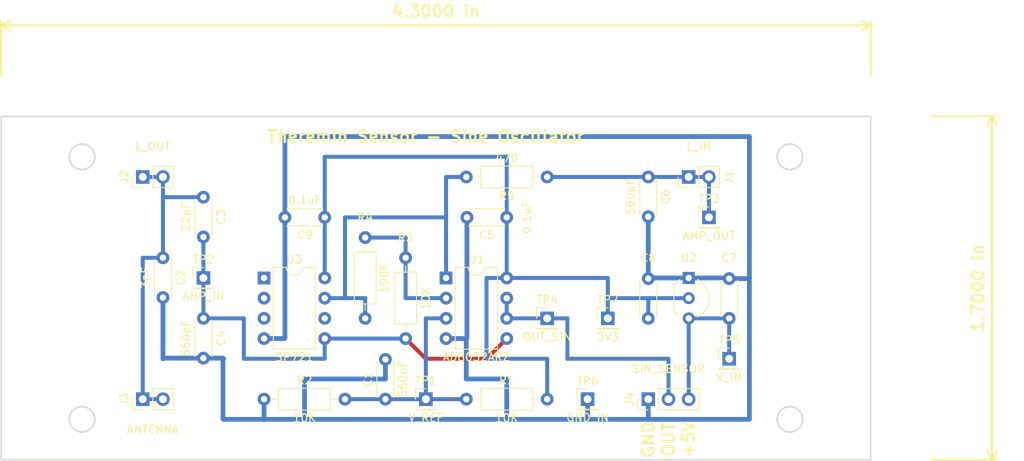
<source format=kicad_pcb>
(kicad_pcb (version 20171130) (host pcbnew "(5.0.2)-1")

  (general
    (thickness 1.6)
    (drawings 14)
    (tracks 97)
    (zones 0)
    (modules 28)
    (nets 15)
  )

  (page A4)
  (title_block
    (title "Theremin Sensor Sine Oscillator Proto")
    (date 2019-11-12)
    (rev 0.1)
  )

  (layers
    (0 F.Cu signal)
    (31 B.Cu signal)
    (32 B.Adhes user)
    (33 F.Adhes user)
    (34 B.Paste user)
    (35 F.Paste user)
    (36 B.SilkS user)
    (37 F.SilkS user)
    (38 B.Mask user)
    (39 F.Mask user)
    (40 Dwgs.User user)
    (41 Cmts.User user)
    (42 Eco1.User user)
    (43 Eco2.User user)
    (44 Edge.Cuts user)
    (45 Margin user)
    (46 B.CrtYd user)
    (47 F.CrtYd user)
    (48 B.Fab user)
    (49 F.Fab user)
  )

  (setup
    (last_trace_width 0.25)
    (trace_clearance 0.2)
    (zone_clearance 0.508)
    (zone_45_only no)
    (trace_min 0.2)
    (segment_width 0.2)
    (edge_width 0.15)
    (via_size 0.8)
    (via_drill 0.4)
    (via_min_size 0.4)
    (via_min_drill 0.3)
    (uvia_size 0.3)
    (uvia_drill 0.1)
    (uvias_allowed no)
    (uvia_min_size 0.2)
    (uvia_min_drill 0.1)
    (pcb_text_width 0.3)
    (pcb_text_size 1.5 1.5)
    (mod_edge_width 0.15)
    (mod_text_size 1 1)
    (mod_text_width 0.15)
    (pad_size 1.524 1.524)
    (pad_drill 0.762)
    (pad_to_mask_clearance 0.051)
    (solder_mask_min_width 0.25)
    (aux_axis_origin 0 0)
    (visible_elements 7FFFFFFF)
    (pcbplotparams
      (layerselection 0x010fc_ffffffff)
      (usegerberextensions false)
      (usegerberattributes false)
      (usegerberadvancedattributes false)
      (creategerberjobfile false)
      (excludeedgelayer true)
      (linewidth 0.100000)
      (plotframeref false)
      (viasonmask false)
      (mode 1)
      (useauxorigin false)
      (hpglpennumber 1)
      (hpglpenspeed 20)
      (hpglpendiameter 15.000000)
      (psnegative false)
      (psa4output false)
      (plotreference true)
      (plotvalue true)
      (plotinvisibletext false)
      (padsonsilk false)
      (subtractmaskfromsilk false)
      (outputformat 1)
      (mirror false)
      (drillshape 1)
      (scaleselection 1)
      (outputdirectory ""))
  )

  (net 0 "")
  (net 1 "Net-(R3-Pad1)")
  (net 2 /ESD1)
  (net 3 /VREF)
  (net 4 GND)
  (net 5 +3V3)
  (net 6 /ESD2)
  (net 7 "Net-(C6-Pad1)")
  (net 8 +5V)
  (net 9 "Net-(U3-Pad6)")
  (net 10 "Net-(C2-Pad1)")
  (net 11 "Net-(J4-Pad2)")
  (net 12 "Net-(U3-Pad1)")
  (net 13 "Net-(U3-Pad2)")
  (net 14 "Net-(U3-Pad3)")

  (net_class Default "This is the default net class."
    (clearance 0.2)
    (trace_width 0.25)
    (via_dia 0.8)
    (via_drill 0.4)
    (uvia_dia 0.3)
    (uvia_drill 0.1)
    (add_net +3V3)
    (add_net +5V)
    (add_net /ESD1)
    (add_net /ESD2)
    (add_net /VREF)
    (add_net GND)
    (add_net "Net-(C2-Pad1)")
    (add_net "Net-(C6-Pad1)")
    (add_net "Net-(J4-Pad2)")
    (add_net "Net-(R3-Pad1)")
    (add_net "Net-(U3-Pad1)")
    (add_net "Net-(U3-Pad2)")
    (add_net "Net-(U3-Pad3)")
    (add_net "Net-(U3-Pad6)")
  )

  (module Package_DIP:DIP-8_W7.62mm (layer F.Cu) (tedit 5DCA8E2E) (tstamp 5DCC3A96)
    (at 101.6 104.14)
    (descr "8-lead though-hole mounted DIP package, row spacing 7.62 mm (300 mils)")
    (tags "THT DIP DIL PDIP 2.54mm 7.62mm 300mil")
    (path /5DC3C67F)
    (fp_text reference U1 (at 3.81 -2.33) (layer F.SilkS)
      (effects (font (size 1 1) (thickness 0.15)))
    )
    (fp_text value AD8052ARZ (at 3.81 9.95) (layer F.SilkS)
      (effects (font (size 1 1) (thickness 0.15)))
    )
    (fp_text user %R (at 3.81 3.81) (layer F.Fab)
      (effects (font (size 1 1) (thickness 0.15)))
    )
    (fp_line (start 8.7 -1.55) (end -1.1 -1.55) (layer F.CrtYd) (width 0.05))
    (fp_line (start 8.7 9.15) (end 8.7 -1.55) (layer F.CrtYd) (width 0.05))
    (fp_line (start -1.1 9.15) (end 8.7 9.15) (layer F.CrtYd) (width 0.05))
    (fp_line (start -1.1 -1.55) (end -1.1 9.15) (layer F.CrtYd) (width 0.05))
    (fp_line (start 6.46 -1.33) (end 4.81 -1.33) (layer F.SilkS) (width 0.12))
    (fp_line (start 6.46 8.95) (end 6.46 -1.33) (layer F.SilkS) (width 0.12))
    (fp_line (start 1.16 8.95) (end 6.46 8.95) (layer F.SilkS) (width 0.12))
    (fp_line (start 1.16 -1.33) (end 1.16 8.95) (layer F.SilkS) (width 0.12))
    (fp_line (start 2.81 -1.33) (end 1.16 -1.33) (layer F.SilkS) (width 0.12))
    (fp_line (start 0.635 -0.27) (end 1.635 -1.27) (layer F.Fab) (width 0.1))
    (fp_line (start 0.635 8.89) (end 0.635 -0.27) (layer F.Fab) (width 0.1))
    (fp_line (start 6.985 8.89) (end 0.635 8.89) (layer F.Fab) (width 0.1))
    (fp_line (start 6.985 -1.27) (end 6.985 8.89) (layer F.Fab) (width 0.1))
    (fp_line (start 1.635 -1.27) (end 6.985 -1.27) (layer F.Fab) (width 0.1))
    (fp_arc (start 3.81 -1.33) (end 2.81 -1.33) (angle -180) (layer F.SilkS) (width 0.12))
    (pad 8 thru_hole oval (at 7.62 0) (size 1.6 1.6) (drill 0.8) (layers *.Cu *.Mask)
      (net 5 +3V3))
    (pad 4 thru_hole oval (at 0 7.62) (size 1.6 1.6) (drill 0.8) (layers *.Cu *.Mask)
      (net 4 GND))
    (pad 7 thru_hole oval (at 7.62 2.54) (size 1.6 1.6) (drill 0.8) (layers *.Cu *.Mask)
      (net 11 "Net-(J4-Pad2)"))
    (pad 3 thru_hole oval (at 0 5.08) (size 1.6 1.6) (drill 0.8) (layers *.Cu *.Mask)
      (net 3 /VREF))
    (pad 6 thru_hole oval (at 7.62 5.08) (size 1.6 1.6) (drill 0.8) (layers *.Cu *.Mask)
      (net 11 "Net-(J4-Pad2)"))
    (pad 2 thru_hole oval (at 0 2.54) (size 1.6 1.6) (drill 0.8) (layers *.Cu *.Mask)
      (net 1 "Net-(R3-Pad1)"))
    (pad 5 thru_hole oval (at 7.62 7.62) (size 1.6 1.6) (drill 0.8) (layers *.Cu *.Mask)
      (net 2 /ESD1))
    (pad 1 thru_hole rect (at 0 0) (size 1.6 1.6) (drill 0.8) (layers *.Cu *.Mask)
      (net 6 /ESD2))
    (model ${KISYS3DMOD}/Package_DIP.3dshapes/DIP-8_W7.62mm.wrl
      (at (xyz 0 0 0))
      (scale (xyz 1 1 1))
      (rotate (xyz 0 0 0))
    )
  )

  (module Package_DIP:DIP-8_W7.62mm (layer F.Cu) (tedit 5DCA8E37) (tstamp 5DCC3A7B)
    (at 78.74 104.14)
    (descr "8-lead though-hole mounted DIP package, row spacing 7.62 mm (300 mils)")
    (tags "THT DIP DIL PDIP 2.54mm 7.62mm 300mil")
    (path /5DC60BEA)
    (fp_text reference U3 (at 3.81 -2.33) (layer F.SilkS)
      (effects (font (size 1 1) (thickness 0.15)))
    )
    (fp_text value SP721 (at 3.81 9.95) (layer F.SilkS)
      (effects (font (size 1 1) (thickness 0.15)))
    )
    (fp_arc (start 3.81 -1.33) (end 2.81 -1.33) (angle -180) (layer F.SilkS) (width 0.12))
    (fp_line (start 1.635 -1.27) (end 6.985 -1.27) (layer F.Fab) (width 0.1))
    (fp_line (start 6.985 -1.27) (end 6.985 8.89) (layer F.Fab) (width 0.1))
    (fp_line (start 6.985 8.89) (end 0.635 8.89) (layer F.Fab) (width 0.1))
    (fp_line (start 0.635 8.89) (end 0.635 -0.27) (layer F.Fab) (width 0.1))
    (fp_line (start 0.635 -0.27) (end 1.635 -1.27) (layer F.Fab) (width 0.1))
    (fp_line (start 2.81 -1.33) (end 1.16 -1.33) (layer F.SilkS) (width 0.12))
    (fp_line (start 1.16 -1.33) (end 1.16 8.95) (layer F.SilkS) (width 0.12))
    (fp_line (start 1.16 8.95) (end 6.46 8.95) (layer F.SilkS) (width 0.12))
    (fp_line (start 6.46 8.95) (end 6.46 -1.33) (layer F.SilkS) (width 0.12))
    (fp_line (start 6.46 -1.33) (end 4.81 -1.33) (layer F.SilkS) (width 0.12))
    (fp_line (start -1.1 -1.55) (end -1.1 9.15) (layer F.CrtYd) (width 0.05))
    (fp_line (start -1.1 9.15) (end 8.7 9.15) (layer F.CrtYd) (width 0.05))
    (fp_line (start 8.7 9.15) (end 8.7 -1.55) (layer F.CrtYd) (width 0.05))
    (fp_line (start 8.7 -1.55) (end -1.1 -1.55) (layer F.CrtYd) (width 0.05))
    (fp_text user %R (at 3.81 3.81) (layer F.Fab)
      (effects (font (size 1 1) (thickness 0.15)))
    )
    (pad 1 thru_hole rect (at 0 0) (size 1.6 1.6) (drill 0.8) (layers *.Cu *.Mask)
      (net 12 "Net-(U3-Pad1)"))
    (pad 5 thru_hole oval (at 7.62 7.62) (size 1.6 1.6) (drill 0.8) (layers *.Cu *.Mask)
      (net 2 /ESD1))
    (pad 2 thru_hole oval (at 0 2.54) (size 1.6 1.6) (drill 0.8) (layers *.Cu *.Mask)
      (net 13 "Net-(U3-Pad2)"))
    (pad 6 thru_hole oval (at 7.62 5.08) (size 1.6 1.6) (drill 0.8) (layers *.Cu *.Mask)
      (net 9 "Net-(U3-Pad6)"))
    (pad 3 thru_hole oval (at 0 5.08) (size 1.6 1.6) (drill 0.8) (layers *.Cu *.Mask)
      (net 14 "Net-(U3-Pad3)"))
    (pad 7 thru_hole oval (at 7.62 2.54) (size 1.6 1.6) (drill 0.8) (layers *.Cu *.Mask)
      (net 6 /ESD2))
    (pad 4 thru_hole oval (at 0 7.62) (size 1.6 1.6) (drill 0.8) (layers *.Cu *.Mask)
      (net 4 GND))
    (pad 8 thru_hole oval (at 7.62 0) (size 1.6 1.6) (drill 0.8) (layers *.Cu *.Mask)
      (net 5 +3V3))
    (model ${KISYS3DMOD}/Package_DIP.3dshapes/DIP-8_W7.62mm.wrl
      (at (xyz 0 0 0))
      (scale (xyz 1 1 1))
      (rotate (xyz 0 0 0))
    )
  )

  (module Capacitor_THT:C_Disc_D4.3mm_W1.9mm_P5.00mm (layer F.Cu) (tedit 5DCA6E5B) (tstamp 5DCBD386)
    (at 93.98 119.38 90)
    (descr "C, Disc series, Radial, pin pitch=5.00mm, , diameter*width=4.3*1.9mm^2, Capacitor, http://www.vishay.com/docs/45233/krseries.pdf")
    (tags "C Disc series Radial pin pitch 5.00mm  diameter 4.3mm width 1.9mm Capacitor")
    (path /5DC48753)
    (fp_text reference C1 (at 2.5 -2.2 90) (layer F.SilkS)
      (effects (font (size 1 1) (thickness 0.15)))
    )
    (fp_text value 560pF (at 2.5 2.2 90) (layer F.SilkS)
      (effects (font (size 1 1) (thickness 0.15)))
    )
    (fp_line (start 0.35 -0.95) (end 0.35 0.95) (layer F.Fab) (width 0.1))
    (fp_line (start 0.35 0.95) (end 4.65 0.95) (layer F.Fab) (width 0.1))
    (fp_line (start 4.65 0.95) (end 4.65 -0.95) (layer F.Fab) (width 0.1))
    (fp_line (start 4.65 -0.95) (end 0.35 -0.95) (layer F.Fab) (width 0.1))
    (fp_line (start 0.23 -1.07) (end 4.77 -1.07) (layer F.SilkS) (width 0.12))
    (fp_line (start 0.23 1.07) (end 4.77 1.07) (layer F.SilkS) (width 0.12))
    (fp_line (start 0.23 -1.07) (end 0.23 -1.055) (layer F.SilkS) (width 0.12))
    (fp_line (start 0.23 1.055) (end 0.23 1.07) (layer F.SilkS) (width 0.12))
    (fp_line (start 4.77 -1.07) (end 4.77 -1.055) (layer F.SilkS) (width 0.12))
    (fp_line (start 4.77 1.055) (end 4.77 1.07) (layer F.SilkS) (width 0.12))
    (fp_line (start -1.05 -1.2) (end -1.05 1.2) (layer F.CrtYd) (width 0.05))
    (fp_line (start -1.05 1.2) (end 6.05 1.2) (layer F.CrtYd) (width 0.05))
    (fp_line (start 6.05 1.2) (end 6.05 -1.2) (layer F.CrtYd) (width 0.05))
    (fp_line (start 6.05 -1.2) (end -1.05 -1.2) (layer F.CrtYd) (width 0.05))
    (fp_text user %R (at 2.5 0 90) (layer F.Fab)
      (effects (font (size 0.86 0.86) (thickness 0.129)))
    )
    (pad 1 thru_hole circle (at 0 0 90) (size 1.6 1.6) (drill 0.8) (layers *.Cu *.Mask)
      (net 3 /VREF))
    (pad 2 thru_hole circle (at 5 0 90) (size 1.6 1.6) (drill 0.8) (layers *.Cu *.Mask)
      (net 4 GND))
    (model ${KISYS3DMOD}/Capacitor_THT.3dshapes/C_Disc_D4.3mm_W1.9mm_P5.00mm.wrl
      (at (xyz 0 0 0))
      (scale (xyz 1 1 1))
      (rotate (xyz 0 0 0))
    )
  )

  (module Capacitor_THT:C_Disc_D4.3mm_W1.9mm_P5.00mm (layer F.Cu) (tedit 5DCA6DAC) (tstamp 5DCBD372)
    (at 66.04 101.6 270)
    (descr "C, Disc series, Radial, pin pitch=5.00mm, , diameter*width=4.3*1.9mm^2, Capacitor, http://www.vishay.com/docs/45233/krseries.pdf")
    (tags "C Disc series Radial pin pitch 5.00mm  diameter 4.3mm width 1.9mm Capacitor")
    (path /5DC40CD6)
    (fp_text reference C2 (at 2.5 -2.2 270) (layer F.SilkS)
      (effects (font (size 1 1) (thickness 0.15)))
    )
    (fp_text value 3pF (at 2.5 2.2 270) (layer F.SilkS)
      (effects (font (size 1 1) (thickness 0.15)))
    )
    (fp_text user %R (at 2.5 0 270) (layer F.Fab)
      (effects (font (size 0.86 0.86) (thickness 0.129)))
    )
    (fp_line (start 6.05 -1.2) (end -1.05 -1.2) (layer F.CrtYd) (width 0.05))
    (fp_line (start 6.05 1.2) (end 6.05 -1.2) (layer F.CrtYd) (width 0.05))
    (fp_line (start -1.05 1.2) (end 6.05 1.2) (layer F.CrtYd) (width 0.05))
    (fp_line (start -1.05 -1.2) (end -1.05 1.2) (layer F.CrtYd) (width 0.05))
    (fp_line (start 4.77 1.055) (end 4.77 1.07) (layer F.SilkS) (width 0.12))
    (fp_line (start 4.77 -1.07) (end 4.77 -1.055) (layer F.SilkS) (width 0.12))
    (fp_line (start 0.23 1.055) (end 0.23 1.07) (layer F.SilkS) (width 0.12))
    (fp_line (start 0.23 -1.07) (end 0.23 -1.055) (layer F.SilkS) (width 0.12))
    (fp_line (start 0.23 1.07) (end 4.77 1.07) (layer F.SilkS) (width 0.12))
    (fp_line (start 0.23 -1.07) (end 4.77 -1.07) (layer F.SilkS) (width 0.12))
    (fp_line (start 4.65 -0.95) (end 0.35 -0.95) (layer F.Fab) (width 0.1))
    (fp_line (start 4.65 0.95) (end 4.65 -0.95) (layer F.Fab) (width 0.1))
    (fp_line (start 0.35 0.95) (end 4.65 0.95) (layer F.Fab) (width 0.1))
    (fp_line (start 0.35 -0.95) (end 0.35 0.95) (layer F.Fab) (width 0.1))
    (pad 2 thru_hole circle (at 5 0 270) (size 1.6 1.6) (drill 0.8) (layers *.Cu *.Mask)
      (net 4 GND))
    (pad 1 thru_hole circle (at 0 0 270) (size 1.6 1.6) (drill 0.8) (layers *.Cu *.Mask)
      (net 10 "Net-(C2-Pad1)"))
    (model ${KISYS3DMOD}/Capacitor_THT.3dshapes/C_Disc_D4.3mm_W1.9mm_P5.00mm.wrl
      (at (xyz 0 0 0))
      (scale (xyz 1 1 1))
      (rotate (xyz 0 0 0))
    )
  )

  (module Capacitor_THT:C_Disc_D4.3mm_W1.9mm_P5.00mm (layer F.Cu) (tedit 5DCA6DA7) (tstamp 5DCBD35E)
    (at 71.12 93.98 270)
    (descr "C, Disc series, Radial, pin pitch=5.00mm, , diameter*width=4.3*1.9mm^2, Capacitor, http://www.vishay.com/docs/45233/krseries.pdf")
    (tags "C Disc series Radial pin pitch 5.00mm  diameter 4.3mm width 1.9mm Capacitor")
    (path /5DC40C26)
    (fp_text reference C3 (at 2.5 -2.2 270) (layer F.SilkS)
      (effects (font (size 1 1) (thickness 0.15)))
    )
    (fp_text value 22pF (at 2.5 2.2 270) (layer F.SilkS)
      (effects (font (size 1 1) (thickness 0.15)))
    )
    (fp_line (start 0.35 -0.95) (end 0.35 0.95) (layer F.Fab) (width 0.1))
    (fp_line (start 0.35 0.95) (end 4.65 0.95) (layer F.Fab) (width 0.1))
    (fp_line (start 4.65 0.95) (end 4.65 -0.95) (layer F.Fab) (width 0.1))
    (fp_line (start 4.65 -0.95) (end 0.35 -0.95) (layer F.Fab) (width 0.1))
    (fp_line (start 0.23 -1.07) (end 4.77 -1.07) (layer F.SilkS) (width 0.12))
    (fp_line (start 0.23 1.07) (end 4.77 1.07) (layer F.SilkS) (width 0.12))
    (fp_line (start 0.23 -1.07) (end 0.23 -1.055) (layer F.SilkS) (width 0.12))
    (fp_line (start 0.23 1.055) (end 0.23 1.07) (layer F.SilkS) (width 0.12))
    (fp_line (start 4.77 -1.07) (end 4.77 -1.055) (layer F.SilkS) (width 0.12))
    (fp_line (start 4.77 1.055) (end 4.77 1.07) (layer F.SilkS) (width 0.12))
    (fp_line (start -1.05 -1.2) (end -1.05 1.2) (layer F.CrtYd) (width 0.05))
    (fp_line (start -1.05 1.2) (end 6.05 1.2) (layer F.CrtYd) (width 0.05))
    (fp_line (start 6.05 1.2) (end 6.05 -1.2) (layer F.CrtYd) (width 0.05))
    (fp_line (start 6.05 -1.2) (end -1.05 -1.2) (layer F.CrtYd) (width 0.05))
    (fp_text user %R (at 2.5 0 270) (layer F.Fab)
      (effects (font (size 0.86 0.86) (thickness 0.129)))
    )
    (pad 1 thru_hole circle (at 0 0 270) (size 1.6 1.6) (drill 0.8) (layers *.Cu *.Mask)
      (net 10 "Net-(C2-Pad1)"))
    (pad 2 thru_hole circle (at 5 0 270) (size 1.6 1.6) (drill 0.8) (layers *.Cu *.Mask)
      (net 2 /ESD1))
    (model ${KISYS3DMOD}/Capacitor_THT.3dshapes/C_Disc_D4.3mm_W1.9mm_P5.00mm.wrl
      (at (xyz 0 0 0))
      (scale (xyz 1 1 1))
      (rotate (xyz 0 0 0))
    )
  )

  (module Capacitor_THT:C_Disc_D4.3mm_W1.9mm_P5.00mm (layer F.Cu) (tedit 5AE50EF0) (tstamp 5DCBD34A)
    (at 127 109.22 90)
    (descr "C, Disc series, Radial, pin pitch=5.00mm, , diameter*width=4.3*1.9mm^2, Capacitor, http://www.vishay.com/docs/45233/krseries.pdf")
    (tags "C Disc series Radial pin pitch 5.00mm  diameter 4.3mm width 1.9mm Capacitor")
    (path /5DC3C8DA)
    (fp_text reference C8 (at 7.62 0 180) (layer F.SilkS)
      (effects (font (size 1 1) (thickness 0.15)))
    )
    (fp_text value 1uF (at 2.54 -2.54 90) (layer F.Fab)
      (effects (font (size 1 1) (thickness 0.15)))
    )
    (fp_text user %R (at 2.5 0 90) (layer F.Fab)
      (effects (font (size 0.86 0.86) (thickness 0.129)))
    )
    (fp_line (start 6.05 -1.2) (end -1.05 -1.2) (layer F.CrtYd) (width 0.05))
    (fp_line (start 6.05 1.2) (end 6.05 -1.2) (layer F.CrtYd) (width 0.05))
    (fp_line (start -1.05 1.2) (end 6.05 1.2) (layer F.CrtYd) (width 0.05))
    (fp_line (start -1.05 -1.2) (end -1.05 1.2) (layer F.CrtYd) (width 0.05))
    (fp_line (start 4.77 1.055) (end 4.77 1.07) (layer F.SilkS) (width 0.12))
    (fp_line (start 4.77 -1.07) (end 4.77 -1.055) (layer F.SilkS) (width 0.12))
    (fp_line (start 0.23 1.055) (end 0.23 1.07) (layer F.SilkS) (width 0.12))
    (fp_line (start 0.23 -1.07) (end 0.23 -1.055) (layer F.SilkS) (width 0.12))
    (fp_line (start 0.23 1.07) (end 4.77 1.07) (layer F.SilkS) (width 0.12))
    (fp_line (start 0.23 -1.07) (end 4.77 -1.07) (layer F.SilkS) (width 0.12))
    (fp_line (start 4.65 -0.95) (end 0.35 -0.95) (layer F.Fab) (width 0.1))
    (fp_line (start 4.65 0.95) (end 4.65 -0.95) (layer F.Fab) (width 0.1))
    (fp_line (start 0.35 0.95) (end 4.65 0.95) (layer F.Fab) (width 0.1))
    (fp_line (start 0.35 -0.95) (end 0.35 0.95) (layer F.Fab) (width 0.1))
    (pad 2 thru_hole circle (at 5 0 90) (size 1.6 1.6) (drill 0.8) (layers *.Cu *.Mask)
      (net 4 GND))
    (pad 1 thru_hole circle (at 0 0 90) (size 1.6 1.6) (drill 0.8) (layers *.Cu *.Mask)
      (net 5 +3V3))
    (model ${KISYS3DMOD}/Capacitor_THT.3dshapes/C_Disc_D4.3mm_W1.9mm_P5.00mm.wrl
      (at (xyz 0 0 0))
      (scale (xyz 1 1 1))
      (rotate (xyz 0 0 0))
    )
  )

  (module Capacitor_THT:C_Disc_D4.3mm_W1.9mm_P5.00mm (layer F.Cu) (tedit 5AE50EF0) (tstamp 5DCBD336)
    (at 137.16 109.22 90)
    (descr "C, Disc series, Radial, pin pitch=5.00mm, , diameter*width=4.3*1.9mm^2, Capacitor, http://www.vishay.com/docs/45233/krseries.pdf")
    (tags "C Disc series Radial pin pitch 5.00mm  diameter 4.3mm width 1.9mm Capacitor")
    (path /5DC3C88B)
    (fp_text reference C7 (at 7.62 0 180) (layer F.SilkS)
      (effects (font (size 1 1) (thickness 0.15)))
    )
    (fp_text value 1uF (at 2.5 2.2 90) (layer F.Fab)
      (effects (font (size 1 1) (thickness 0.15)))
    )
    (fp_line (start 0.35 -0.95) (end 0.35 0.95) (layer F.Fab) (width 0.1))
    (fp_line (start 0.35 0.95) (end 4.65 0.95) (layer F.Fab) (width 0.1))
    (fp_line (start 4.65 0.95) (end 4.65 -0.95) (layer F.Fab) (width 0.1))
    (fp_line (start 4.65 -0.95) (end 0.35 -0.95) (layer F.Fab) (width 0.1))
    (fp_line (start 0.23 -1.07) (end 4.77 -1.07) (layer F.SilkS) (width 0.12))
    (fp_line (start 0.23 1.07) (end 4.77 1.07) (layer F.SilkS) (width 0.12))
    (fp_line (start 0.23 -1.07) (end 0.23 -1.055) (layer F.SilkS) (width 0.12))
    (fp_line (start 0.23 1.055) (end 0.23 1.07) (layer F.SilkS) (width 0.12))
    (fp_line (start 4.77 -1.07) (end 4.77 -1.055) (layer F.SilkS) (width 0.12))
    (fp_line (start 4.77 1.055) (end 4.77 1.07) (layer F.SilkS) (width 0.12))
    (fp_line (start -1.05 -1.2) (end -1.05 1.2) (layer F.CrtYd) (width 0.05))
    (fp_line (start -1.05 1.2) (end 6.05 1.2) (layer F.CrtYd) (width 0.05))
    (fp_line (start 6.05 1.2) (end 6.05 -1.2) (layer F.CrtYd) (width 0.05))
    (fp_line (start 6.05 -1.2) (end -1.05 -1.2) (layer F.CrtYd) (width 0.05))
    (fp_text user %R (at 2.5 0 90) (layer F.Fab)
      (effects (font (size 0.86 0.86) (thickness 0.129)))
    )
    (pad 1 thru_hole circle (at 0 0 90) (size 1.6 1.6) (drill 0.8) (layers *.Cu *.Mask)
      (net 8 +5V))
    (pad 2 thru_hole circle (at 5 0 90) (size 1.6 1.6) (drill 0.8) (layers *.Cu *.Mask)
      (net 4 GND))
    (model ${KISYS3DMOD}/Capacitor_THT.3dshapes/C_Disc_D4.3mm_W1.9mm_P5.00mm.wrl
      (at (xyz 0 0 0))
      (scale (xyz 1 1 1))
      (rotate (xyz 0 0 0))
    )
  )

  (module Capacitor_THT:C_Disc_D4.3mm_W1.9mm_P5.00mm (layer F.Cu) (tedit 5DCA6CEE) (tstamp 5DCBD322)
    (at 127 91.44 270)
    (descr "C, Disc series, Radial, pin pitch=5.00mm, , diameter*width=4.3*1.9mm^2, Capacitor, http://www.vishay.com/docs/45233/krseries.pdf")
    (tags "C Disc series Radial pin pitch 5.00mm  diameter 4.3mm width 1.9mm Capacitor")
    (path /5DC3F53F)
    (fp_text reference C6 (at 2.5 -2.2 270) (layer F.SilkS)
      (effects (font (size 1 1) (thickness 0.15)))
    )
    (fp_text value 560pF (at 2.5 2.2 270) (layer F.SilkS)
      (effects (font (size 1 1) (thickness 0.15)))
    )
    (fp_text user %R (at 2.5 0 270) (layer F.Fab)
      (effects (font (size 0.86 0.86) (thickness 0.129)))
    )
    (fp_line (start 6.05 -1.2) (end -1.05 -1.2) (layer F.CrtYd) (width 0.05))
    (fp_line (start 6.05 1.2) (end 6.05 -1.2) (layer F.CrtYd) (width 0.05))
    (fp_line (start -1.05 1.2) (end 6.05 1.2) (layer F.CrtYd) (width 0.05))
    (fp_line (start -1.05 -1.2) (end -1.05 1.2) (layer F.CrtYd) (width 0.05))
    (fp_line (start 4.77 1.055) (end 4.77 1.07) (layer F.SilkS) (width 0.12))
    (fp_line (start 4.77 -1.07) (end 4.77 -1.055) (layer F.SilkS) (width 0.12))
    (fp_line (start 0.23 1.055) (end 0.23 1.07) (layer F.SilkS) (width 0.12))
    (fp_line (start 0.23 -1.07) (end 0.23 -1.055) (layer F.SilkS) (width 0.12))
    (fp_line (start 0.23 1.07) (end 4.77 1.07) (layer F.SilkS) (width 0.12))
    (fp_line (start 0.23 -1.07) (end 4.77 -1.07) (layer F.SilkS) (width 0.12))
    (fp_line (start 4.65 -0.95) (end 0.35 -0.95) (layer F.Fab) (width 0.1))
    (fp_line (start 4.65 0.95) (end 4.65 -0.95) (layer F.Fab) (width 0.1))
    (fp_line (start 0.35 0.95) (end 4.65 0.95) (layer F.Fab) (width 0.1))
    (fp_line (start 0.35 -0.95) (end 0.35 0.95) (layer F.Fab) (width 0.1))
    (pad 2 thru_hole circle (at 5 0 270) (size 1.6 1.6) (drill 0.8) (layers *.Cu *.Mask)
      (net 4 GND))
    (pad 1 thru_hole circle (at 0 0 270) (size 1.6 1.6) (drill 0.8) (layers *.Cu *.Mask)
      (net 7 "Net-(C6-Pad1)"))
    (model ${KISYS3DMOD}/Capacitor_THT.3dshapes/C_Disc_D4.3mm_W1.9mm_P5.00mm.wrl
      (at (xyz 0 0 0))
      (scale (xyz 1 1 1))
      (rotate (xyz 0 0 0))
    )
  )

  (module Capacitor_THT:C_Disc_D4.3mm_W1.9mm_P5.00mm (layer F.Cu) (tedit 5DCA6D0A) (tstamp 5DCBD30E)
    (at 109.22 96.52 180)
    (descr "C, Disc series, Radial, pin pitch=5.00mm, , diameter*width=4.3*1.9mm^2, Capacitor, http://www.vishay.com/docs/45233/krseries.pdf")
    (tags "C Disc series Radial pin pitch 5.00mm  diameter 4.3mm width 1.9mm Capacitor")
    (path /5DC3CFA5)
    (fp_text reference C5 (at 2.5 -2.2 180) (layer F.SilkS)
      (effects (font (size 1 1) (thickness 0.15)))
    )
    (fp_text value 0.1uF (at -2.54 0 270) (layer F.SilkS)
      (effects (font (size 1 1) (thickness 0.15)))
    )
    (fp_line (start 0.35 -0.95) (end 0.35 0.95) (layer F.Fab) (width 0.1))
    (fp_line (start 0.35 0.95) (end 4.65 0.95) (layer F.Fab) (width 0.1))
    (fp_line (start 4.65 0.95) (end 4.65 -0.95) (layer F.Fab) (width 0.1))
    (fp_line (start 4.65 -0.95) (end 0.35 -0.95) (layer F.Fab) (width 0.1))
    (fp_line (start 0.23 -1.07) (end 4.77 -1.07) (layer F.SilkS) (width 0.12))
    (fp_line (start 0.23 1.07) (end 4.77 1.07) (layer F.SilkS) (width 0.12))
    (fp_line (start 0.23 -1.07) (end 0.23 -1.055) (layer F.SilkS) (width 0.12))
    (fp_line (start 0.23 1.055) (end 0.23 1.07) (layer F.SilkS) (width 0.12))
    (fp_line (start 4.77 -1.07) (end 4.77 -1.055) (layer F.SilkS) (width 0.12))
    (fp_line (start 4.77 1.055) (end 4.77 1.07) (layer F.SilkS) (width 0.12))
    (fp_line (start -1.05 -1.2) (end -1.05 1.2) (layer F.CrtYd) (width 0.05))
    (fp_line (start -1.05 1.2) (end 6.05 1.2) (layer F.CrtYd) (width 0.05))
    (fp_line (start 6.05 1.2) (end 6.05 -1.2) (layer F.CrtYd) (width 0.05))
    (fp_line (start 6.05 -1.2) (end -1.05 -1.2) (layer F.CrtYd) (width 0.05))
    (fp_text user %R (at 2.5 0 180) (layer F.Fab)
      (effects (font (size 0.86 0.86) (thickness 0.129)))
    )
    (pad 1 thru_hole circle (at 0 0 180) (size 1.6 1.6) (drill 0.8) (layers *.Cu *.Mask)
      (net 5 +3V3))
    (pad 2 thru_hole circle (at 5 0 180) (size 1.6 1.6) (drill 0.8) (layers *.Cu *.Mask)
      (net 4 GND))
    (model ${KISYS3DMOD}/Capacitor_THT.3dshapes/C_Disc_D4.3mm_W1.9mm_P5.00mm.wrl
      (at (xyz 0 0 0))
      (scale (xyz 1 1 1))
      (rotate (xyz 0 0 0))
    )
  )

  (module Capacitor_THT:C_Disc_D4.3mm_W1.9mm_P5.00mm (layer F.Cu) (tedit 5DCA6DA2) (tstamp 5DCBD2FA)
    (at 71.12 109.22 270)
    (descr "C, Disc series, Radial, pin pitch=5.00mm, , diameter*width=4.3*1.9mm^2, Capacitor, http://www.vishay.com/docs/45233/krseries.pdf")
    (tags "C Disc series Radial pin pitch 5.00mm  diameter 4.3mm width 1.9mm Capacitor")
    (path /5DC40C90)
    (fp_text reference C4 (at 2.5 -2.2 270) (layer F.SilkS)
      (effects (font (size 1 1) (thickness 0.15)))
    )
    (fp_text value 560pF (at 2.5 2.2 270) (layer F.SilkS)
      (effects (font (size 1 1) (thickness 0.15)))
    )
    (fp_text user %R (at 2.5 0 270) (layer F.Fab)
      (effects (font (size 0.86 0.86) (thickness 0.129)))
    )
    (fp_line (start 6.05 -1.2) (end -1.05 -1.2) (layer F.CrtYd) (width 0.05))
    (fp_line (start 6.05 1.2) (end 6.05 -1.2) (layer F.CrtYd) (width 0.05))
    (fp_line (start -1.05 1.2) (end 6.05 1.2) (layer F.CrtYd) (width 0.05))
    (fp_line (start -1.05 -1.2) (end -1.05 1.2) (layer F.CrtYd) (width 0.05))
    (fp_line (start 4.77 1.055) (end 4.77 1.07) (layer F.SilkS) (width 0.12))
    (fp_line (start 4.77 -1.07) (end 4.77 -1.055) (layer F.SilkS) (width 0.12))
    (fp_line (start 0.23 1.055) (end 0.23 1.07) (layer F.SilkS) (width 0.12))
    (fp_line (start 0.23 -1.07) (end 0.23 -1.055) (layer F.SilkS) (width 0.12))
    (fp_line (start 0.23 1.07) (end 4.77 1.07) (layer F.SilkS) (width 0.12))
    (fp_line (start 0.23 -1.07) (end 4.77 -1.07) (layer F.SilkS) (width 0.12))
    (fp_line (start 4.65 -0.95) (end 0.35 -0.95) (layer F.Fab) (width 0.1))
    (fp_line (start 4.65 0.95) (end 4.65 -0.95) (layer F.Fab) (width 0.1))
    (fp_line (start 0.35 0.95) (end 4.65 0.95) (layer F.Fab) (width 0.1))
    (fp_line (start 0.35 -0.95) (end 0.35 0.95) (layer F.Fab) (width 0.1))
    (pad 2 thru_hole circle (at 5 0 270) (size 1.6 1.6) (drill 0.8) (layers *.Cu *.Mask)
      (net 4 GND))
    (pad 1 thru_hole circle (at 0 0 270) (size 1.6 1.6) (drill 0.8) (layers *.Cu *.Mask)
      (net 2 /ESD1))
    (model ${KISYS3DMOD}/Capacitor_THT.3dshapes/C_Disc_D4.3mm_W1.9mm_P5.00mm.wrl
      (at (xyz 0 0 0))
      (scale (xyz 1 1 1))
      (rotate (xyz 0 0 0))
    )
  )

  (module Capacitor_THT:C_Disc_D4.3mm_W1.9mm_P5.00mm (layer F.Cu) (tedit 5DCA6DC7) (tstamp 5DCBD2E6)
    (at 86.36 96.52 180)
    (descr "C, Disc series, Radial, pin pitch=5.00mm, , diameter*width=4.3*1.9mm^2, Capacitor, http://www.vishay.com/docs/45233/krseries.pdf")
    (tags "C Disc series Radial pin pitch 5.00mm  diameter 4.3mm width 1.9mm Capacitor")
    (path /5DC61BE5)
    (fp_text reference C9 (at 2.5 -2.2 180) (layer F.SilkS)
      (effects (font (size 1 1) (thickness 0.15)))
    )
    (fp_text value 0.1uF (at 2.5 2.2 180) (layer F.SilkS)
      (effects (font (size 1 1) (thickness 0.15)))
    )
    (fp_line (start 0.35 -0.95) (end 0.35 0.95) (layer F.Fab) (width 0.1))
    (fp_line (start 0.35 0.95) (end 4.65 0.95) (layer F.Fab) (width 0.1))
    (fp_line (start 4.65 0.95) (end 4.65 -0.95) (layer F.Fab) (width 0.1))
    (fp_line (start 4.65 -0.95) (end 0.35 -0.95) (layer F.Fab) (width 0.1))
    (fp_line (start 0.23 -1.07) (end 4.77 -1.07) (layer F.SilkS) (width 0.12))
    (fp_line (start 0.23 1.07) (end 4.77 1.07) (layer F.SilkS) (width 0.12))
    (fp_line (start 0.23 -1.07) (end 0.23 -1.055) (layer F.SilkS) (width 0.12))
    (fp_line (start 0.23 1.055) (end 0.23 1.07) (layer F.SilkS) (width 0.12))
    (fp_line (start 4.77 -1.07) (end 4.77 -1.055) (layer F.SilkS) (width 0.12))
    (fp_line (start 4.77 1.055) (end 4.77 1.07) (layer F.SilkS) (width 0.12))
    (fp_line (start -1.05 -1.2) (end -1.05 1.2) (layer F.CrtYd) (width 0.05))
    (fp_line (start -1.05 1.2) (end 6.05 1.2) (layer F.CrtYd) (width 0.05))
    (fp_line (start 6.05 1.2) (end 6.05 -1.2) (layer F.CrtYd) (width 0.05))
    (fp_line (start 6.05 -1.2) (end -1.05 -1.2) (layer F.CrtYd) (width 0.05))
    (fp_text user %R (at 2.5 0 180) (layer F.Fab)
      (effects (font (size 0.86 0.86) (thickness 0.129)))
    )
    (pad 1 thru_hole circle (at 0 0 180) (size 1.6 1.6) (drill 0.8) (layers *.Cu *.Mask)
      (net 5 +3V3))
    (pad 2 thru_hole circle (at 5 0 180) (size 1.6 1.6) (drill 0.8) (layers *.Cu *.Mask)
      (net 4 GND))
    (model ${KISYS3DMOD}/Capacitor_THT.3dshapes/C_Disc_D4.3mm_W1.9mm_P5.00mm.wrl
      (at (xyz 0 0 0))
      (scale (xyz 1 1 1))
      (rotate (xyz 0 0 0))
    )
  )

  (module Package_TO_SOT_THT:TO-92_Inline_Wide (layer F.Cu) (tedit 5A02FF81) (tstamp 5DCBD0CB)
    (at 132.08 104.14 270)
    (descr "TO-92 leads in-line, wide, drill 0.75mm (see NXP sot054_po.pdf)")
    (tags "to-92 sc-43 sc-43a sot54 PA33 transistor")
    (path /5DC3C7A7)
    (fp_text reference U2 (at -2.54 0) (layer F.SilkS)
      (effects (font (size 1 1) (thickness 0.15)))
    )
    (fp_text value REG_3V3 (at 2.54 2.79 270) (layer F.Fab)
      (effects (font (size 1 1) (thickness 0.15)))
    )
    (fp_text user %R (at 7.62 0) (layer F.Fab)
      (effects (font (size 1 1) (thickness 0.15)))
    )
    (fp_line (start 0.74 1.85) (end 4.34 1.85) (layer F.SilkS) (width 0.12))
    (fp_line (start 0.8 1.75) (end 4.3 1.75) (layer F.Fab) (width 0.1))
    (fp_line (start -1.01 -2.73) (end 6.09 -2.73) (layer F.CrtYd) (width 0.05))
    (fp_line (start -1.01 -2.73) (end -1.01 2.01) (layer F.CrtYd) (width 0.05))
    (fp_line (start 6.09 2.01) (end 6.09 -2.73) (layer F.CrtYd) (width 0.05))
    (fp_line (start 6.09 2.01) (end -1.01 2.01) (layer F.CrtYd) (width 0.05))
    (fp_arc (start 2.54 0) (end 0.74 1.85) (angle 20) (layer F.SilkS) (width 0.12))
    (fp_arc (start 2.54 0) (end 2.54 -2.6) (angle -65) (layer F.SilkS) (width 0.12))
    (fp_arc (start 2.54 0) (end 2.54 -2.6) (angle 65) (layer F.SilkS) (width 0.12))
    (fp_arc (start 2.54 0) (end 2.54 -2.48) (angle 135) (layer F.Fab) (width 0.1))
    (fp_arc (start 2.54 0) (end 2.54 -2.48) (angle -135) (layer F.Fab) (width 0.1))
    (fp_arc (start 2.54 0) (end 4.34 1.85) (angle -20) (layer F.SilkS) (width 0.12))
    (pad 2 thru_hole circle (at 2.54 0) (size 1.5 1.5) (drill 0.8) (layers *.Cu *.Mask)
      (net 5 +3V3))
    (pad 3 thru_hole circle (at 5.08 0) (size 1.5 1.5) (drill 0.8) (layers *.Cu *.Mask)
      (net 8 +5V))
    (pad 1 thru_hole rect (at 0 0) (size 1.5 1.5) (drill 0.8) (layers *.Cu *.Mask)
      (net 4 GND))
    (model ${KISYS3DMOD}/Package_TO_SOT_THT.3dshapes/TO-92_Inline_Wide.wrl
      (at (xyz 0 0 0))
      (scale (xyz 1 1 1))
      (rotate (xyz 0 0 0))
    )
  )

  (module Resistor_THT:R_Axial_DIN0207_L6.3mm_D2.5mm_P10.16mm_Horizontal (layer F.Cu) (tedit 5DCA6E4C) (tstamp 5DCBD0B5)
    (at 91.44 109.22 90)
    (descr "Resistor, Axial_DIN0207 series, Axial, Horizontal, pin pitch=10.16mm, 0.25W = 1/4W, length*diameter=6.3*2.5mm^2, http://cdn-reichelt.de/documents/datenblatt/B400/1_4W%23YAG.pdf")
    (tags "Resistor Axial_DIN0207 series Axial Horizontal pin pitch 10.16mm 0.25W = 1/4W length 6.3mm diameter 2.5mm")
    (path /5DC3F204)
    (fp_text reference R4 (at 12.7 0 180) (layer F.SilkS)
      (effects (font (size 1 1) (thickness 0.15)))
    )
    (fp_text value 100K (at 5.08 2.37 90) (layer F.SilkS)
      (effects (font (size 1 1) (thickness 0.15)))
    )
    (fp_line (start 1.93 -1.25) (end 1.93 1.25) (layer F.Fab) (width 0.1))
    (fp_line (start 1.93 1.25) (end 8.23 1.25) (layer F.Fab) (width 0.1))
    (fp_line (start 8.23 1.25) (end 8.23 -1.25) (layer F.Fab) (width 0.1))
    (fp_line (start 8.23 -1.25) (end 1.93 -1.25) (layer F.Fab) (width 0.1))
    (fp_line (start 0 0) (end 1.93 0) (layer F.Fab) (width 0.1))
    (fp_line (start 10.16 0) (end 8.23 0) (layer F.Fab) (width 0.1))
    (fp_line (start 1.81 -1.37) (end 1.81 1.37) (layer F.SilkS) (width 0.12))
    (fp_line (start 1.81 1.37) (end 8.35 1.37) (layer F.SilkS) (width 0.12))
    (fp_line (start 8.35 1.37) (end 8.35 -1.37) (layer F.SilkS) (width 0.12))
    (fp_line (start 8.35 -1.37) (end 1.81 -1.37) (layer F.SilkS) (width 0.12))
    (fp_line (start 1.04 0) (end 1.81 0) (layer F.SilkS) (width 0.12))
    (fp_line (start 9.12 0) (end 8.35 0) (layer F.SilkS) (width 0.12))
    (fp_line (start -1.05 -1.5) (end -1.05 1.5) (layer F.CrtYd) (width 0.05))
    (fp_line (start -1.05 1.5) (end 11.21 1.5) (layer F.CrtYd) (width 0.05))
    (fp_line (start 11.21 1.5) (end 11.21 -1.5) (layer F.CrtYd) (width 0.05))
    (fp_line (start 11.21 -1.5) (end -1.05 -1.5) (layer F.CrtYd) (width 0.05))
    (fp_text user %R (at 5.08 0 90) (layer F.Fab)
      (effects (font (size 1 1) (thickness 0.15)))
    )
    (pad 1 thru_hole circle (at 0 0 90) (size 1.6 1.6) (drill 0.8) (layers *.Cu *.Mask)
      (net 6 /ESD2))
    (pad 2 thru_hole oval (at 10.16 0 90) (size 1.6 1.6) (drill 0.8) (layers *.Cu *.Mask)
      (net 1 "Net-(R3-Pad1)"))
    (model ${KISYS3DMOD}/Resistor_THT.3dshapes/R_Axial_DIN0207_L6.3mm_D2.5mm_P10.16mm_Horizontal.wrl
      (at (xyz 0 0 0))
      (scale (xyz 1 1 1))
      (rotate (xyz 0 0 0))
    )
  )

  (module Resistor_THT:R_Axial_DIN0207_L6.3mm_D2.5mm_P10.16mm_Horizontal (layer F.Cu) (tedit 5DCA6CF3) (tstamp 5DCBD09F)
    (at 114.3 91.44 180)
    (descr "Resistor, Axial_DIN0207 series, Axial, Horizontal, pin pitch=10.16mm, 0.25W = 1/4W, length*diameter=6.3*2.5mm^2, http://cdn-reichelt.de/documents/datenblatt/B400/1_4W%23YAG.pdf")
    (tags "Resistor Axial_DIN0207 series Axial Horizontal pin pitch 10.16mm 0.25W = 1/4W length 6.3mm diameter 2.5mm")
    (path /5DC3F297)
    (fp_text reference R5 (at 5.08 -2.37 180) (layer F.SilkS)
      (effects (font (size 1 1) (thickness 0.15)))
    )
    (fp_text value 470 (at 5.08 2.37 180) (layer F.SilkS)
      (effects (font (size 1 1) (thickness 0.15)))
    )
    (fp_text user %R (at 5.08 0 180) (layer F.Fab)
      (effects (font (size 1 1) (thickness 0.15)))
    )
    (fp_line (start 11.21 -1.5) (end -1.05 -1.5) (layer F.CrtYd) (width 0.05))
    (fp_line (start 11.21 1.5) (end 11.21 -1.5) (layer F.CrtYd) (width 0.05))
    (fp_line (start -1.05 1.5) (end 11.21 1.5) (layer F.CrtYd) (width 0.05))
    (fp_line (start -1.05 -1.5) (end -1.05 1.5) (layer F.CrtYd) (width 0.05))
    (fp_line (start 9.12 0) (end 8.35 0) (layer F.SilkS) (width 0.12))
    (fp_line (start 1.04 0) (end 1.81 0) (layer F.SilkS) (width 0.12))
    (fp_line (start 8.35 -1.37) (end 1.81 -1.37) (layer F.SilkS) (width 0.12))
    (fp_line (start 8.35 1.37) (end 8.35 -1.37) (layer F.SilkS) (width 0.12))
    (fp_line (start 1.81 1.37) (end 8.35 1.37) (layer F.SilkS) (width 0.12))
    (fp_line (start 1.81 -1.37) (end 1.81 1.37) (layer F.SilkS) (width 0.12))
    (fp_line (start 10.16 0) (end 8.23 0) (layer F.Fab) (width 0.1))
    (fp_line (start 0 0) (end 1.93 0) (layer F.Fab) (width 0.1))
    (fp_line (start 8.23 -1.25) (end 1.93 -1.25) (layer F.Fab) (width 0.1))
    (fp_line (start 8.23 1.25) (end 8.23 -1.25) (layer F.Fab) (width 0.1))
    (fp_line (start 1.93 1.25) (end 8.23 1.25) (layer F.Fab) (width 0.1))
    (fp_line (start 1.93 -1.25) (end 1.93 1.25) (layer F.Fab) (width 0.1))
    (pad 2 thru_hole oval (at 10.16 0 180) (size 1.6 1.6) (drill 0.8) (layers *.Cu *.Mask)
      (net 6 /ESD2))
    (pad 1 thru_hole circle (at 0 0 180) (size 1.6 1.6) (drill 0.8) (layers *.Cu *.Mask)
      (net 7 "Net-(C6-Pad1)"))
    (model ${KISYS3DMOD}/Resistor_THT.3dshapes/R_Axial_DIN0207_L6.3mm_D2.5mm_P10.16mm_Horizontal.wrl
      (at (xyz 0 0 0))
      (scale (xyz 1 1 1))
      (rotate (xyz 0 0 0))
    )
  )

  (module Resistor_THT:R_Axial_DIN0207_L6.3mm_D2.5mm_P10.16mm_Horizontal (layer F.Cu) (tedit 5DCA6D27) (tstamp 5DCBD089)
    (at 104.14 119.38)
    (descr "Resistor, Axial_DIN0207 series, Axial, Horizontal, pin pitch=10.16mm, 0.25W = 1/4W, length*diameter=6.3*2.5mm^2, http://cdn-reichelt.de/documents/datenblatt/B400/1_4W%23YAG.pdf")
    (tags "Resistor Axial_DIN0207 series Axial Horizontal pin pitch 10.16mm 0.25W = 1/4W length 6.3mm diameter 2.5mm")
    (path /5DC46E61)
    (fp_text reference R1 (at 5.08 -2.37) (layer F.SilkS)
      (effects (font (size 1 1) (thickness 0.15)))
    )
    (fp_text value 10K (at 5.08 2.37) (layer F.SilkS)
      (effects (font (size 1 1) (thickness 0.15)))
    )
    (fp_line (start 1.93 -1.25) (end 1.93 1.25) (layer F.Fab) (width 0.1))
    (fp_line (start 1.93 1.25) (end 8.23 1.25) (layer F.Fab) (width 0.1))
    (fp_line (start 8.23 1.25) (end 8.23 -1.25) (layer F.Fab) (width 0.1))
    (fp_line (start 8.23 -1.25) (end 1.93 -1.25) (layer F.Fab) (width 0.1))
    (fp_line (start 0 0) (end 1.93 0) (layer F.Fab) (width 0.1))
    (fp_line (start 10.16 0) (end 8.23 0) (layer F.Fab) (width 0.1))
    (fp_line (start 1.81 -1.37) (end 1.81 1.37) (layer F.SilkS) (width 0.12))
    (fp_line (start 1.81 1.37) (end 8.35 1.37) (layer F.SilkS) (width 0.12))
    (fp_line (start 8.35 1.37) (end 8.35 -1.37) (layer F.SilkS) (width 0.12))
    (fp_line (start 8.35 -1.37) (end 1.81 -1.37) (layer F.SilkS) (width 0.12))
    (fp_line (start 1.04 0) (end 1.81 0) (layer F.SilkS) (width 0.12))
    (fp_line (start 9.12 0) (end 8.35 0) (layer F.SilkS) (width 0.12))
    (fp_line (start -1.05 -1.5) (end -1.05 1.5) (layer F.CrtYd) (width 0.05))
    (fp_line (start -1.05 1.5) (end 11.21 1.5) (layer F.CrtYd) (width 0.05))
    (fp_line (start 11.21 1.5) (end 11.21 -1.5) (layer F.CrtYd) (width 0.05))
    (fp_line (start 11.21 -1.5) (end -1.05 -1.5) (layer F.CrtYd) (width 0.05))
    (fp_text user %R (at 5.08 0) (layer F.Fab)
      (effects (font (size 1 1) (thickness 0.15)))
    )
    (pad 1 thru_hole circle (at 0 0) (size 1.6 1.6) (drill 0.8) (layers *.Cu *.Mask)
      (net 3 /VREF))
    (pad 2 thru_hole oval (at 10.16 0) (size 1.6 1.6) (drill 0.8) (layers *.Cu *.Mask)
      (net 5 +3V3))
    (model ${KISYS3DMOD}/Resistor_THT.3dshapes/R_Axial_DIN0207_L6.3mm_D2.5mm_P10.16mm_Horizontal.wrl
      (at (xyz 0 0 0))
      (scale (xyz 1 1 1))
      (rotate (xyz 0 0 0))
    )
  )

  (module Resistor_THT:R_Axial_DIN0207_L6.3mm_D2.5mm_P10.16mm_Horizontal (layer F.Cu) (tedit 5DCA6D34) (tstamp 5DCBD073)
    (at 78.74 119.38)
    (descr "Resistor, Axial_DIN0207 series, Axial, Horizontal, pin pitch=10.16mm, 0.25W = 1/4W, length*diameter=6.3*2.5mm^2, http://cdn-reichelt.de/documents/datenblatt/B400/1_4W%23YAG.pdf")
    (tags "Resistor Axial_DIN0207 series Axial Horizontal pin pitch 10.16mm 0.25W = 1/4W length 6.3mm diameter 2.5mm")
    (path /5DC46EDD)
    (fp_text reference R2 (at 5.08 -2.37) (layer F.SilkS)
      (effects (font (size 1 1) (thickness 0.15)))
    )
    (fp_text value 10K (at 5.08 2.37) (layer F.SilkS)
      (effects (font (size 1 1) (thickness 0.15)))
    )
    (fp_text user %R (at 5.08 0) (layer F.Fab)
      (effects (font (size 1 1) (thickness 0.15)))
    )
    (fp_line (start 11.21 -1.5) (end -1.05 -1.5) (layer F.CrtYd) (width 0.05))
    (fp_line (start 11.21 1.5) (end 11.21 -1.5) (layer F.CrtYd) (width 0.05))
    (fp_line (start -1.05 1.5) (end 11.21 1.5) (layer F.CrtYd) (width 0.05))
    (fp_line (start -1.05 -1.5) (end -1.05 1.5) (layer F.CrtYd) (width 0.05))
    (fp_line (start 9.12 0) (end 8.35 0) (layer F.SilkS) (width 0.12))
    (fp_line (start 1.04 0) (end 1.81 0) (layer F.SilkS) (width 0.12))
    (fp_line (start 8.35 -1.37) (end 1.81 -1.37) (layer F.SilkS) (width 0.12))
    (fp_line (start 8.35 1.37) (end 8.35 -1.37) (layer F.SilkS) (width 0.12))
    (fp_line (start 1.81 1.37) (end 8.35 1.37) (layer F.SilkS) (width 0.12))
    (fp_line (start 1.81 -1.37) (end 1.81 1.37) (layer F.SilkS) (width 0.12))
    (fp_line (start 10.16 0) (end 8.23 0) (layer F.Fab) (width 0.1))
    (fp_line (start 0 0) (end 1.93 0) (layer F.Fab) (width 0.1))
    (fp_line (start 8.23 -1.25) (end 1.93 -1.25) (layer F.Fab) (width 0.1))
    (fp_line (start 8.23 1.25) (end 8.23 -1.25) (layer F.Fab) (width 0.1))
    (fp_line (start 1.93 1.25) (end 8.23 1.25) (layer F.Fab) (width 0.1))
    (fp_line (start 1.93 -1.25) (end 1.93 1.25) (layer F.Fab) (width 0.1))
    (pad 2 thru_hole oval (at 10.16 0) (size 1.6 1.6) (drill 0.8) (layers *.Cu *.Mask)
      (net 3 /VREF))
    (pad 1 thru_hole circle (at 0 0) (size 1.6 1.6) (drill 0.8) (layers *.Cu *.Mask)
      (net 4 GND))
    (model ${KISYS3DMOD}/Resistor_THT.3dshapes/R_Axial_DIN0207_L6.3mm_D2.5mm_P10.16mm_Horizontal.wrl
      (at (xyz 0 0 0))
      (scale (xyz 1 1 1))
      (rotate (xyz 0 0 0))
    )
  )

  (module Resistor_THT:R_Axial_DIN0207_L6.3mm_D2.5mm_P10.16mm_Horizontal (layer F.Cu) (tedit 5DCA6E51) (tstamp 5DCBD05D)
    (at 96.52 101.6 270)
    (descr "Resistor, Axial_DIN0207 series, Axial, Horizontal, pin pitch=10.16mm, 0.25W = 1/4W, length*diameter=6.3*2.5mm^2, http://cdn-reichelt.de/documents/datenblatt/B400/1_4W%23YAG.pdf")
    (tags "Resistor Axial_DIN0207 series Axial Horizontal pin pitch 10.16mm 0.25W = 1/4W length 6.3mm diameter 2.5mm")
    (path /5DC3F1A1)
    (fp_text reference R3 (at -2.54 0) (layer F.SilkS)
      (effects (font (size 1 1) (thickness 0.15)))
    )
    (fp_text value 10K (at 5.08 -2.54 270) (layer F.SilkS)
      (effects (font (size 1 1) (thickness 0.15)))
    )
    (fp_line (start 1.93 -1.25) (end 1.93 1.25) (layer F.Fab) (width 0.1))
    (fp_line (start 1.93 1.25) (end 8.23 1.25) (layer F.Fab) (width 0.1))
    (fp_line (start 8.23 1.25) (end 8.23 -1.25) (layer F.Fab) (width 0.1))
    (fp_line (start 8.23 -1.25) (end 1.93 -1.25) (layer F.Fab) (width 0.1))
    (fp_line (start 0 0) (end 1.93 0) (layer F.Fab) (width 0.1))
    (fp_line (start 10.16 0) (end 8.23 0) (layer F.Fab) (width 0.1))
    (fp_line (start 1.81 -1.37) (end 1.81 1.37) (layer F.SilkS) (width 0.12))
    (fp_line (start 1.81 1.37) (end 8.35 1.37) (layer F.SilkS) (width 0.12))
    (fp_line (start 8.35 1.37) (end 8.35 -1.37) (layer F.SilkS) (width 0.12))
    (fp_line (start 8.35 -1.37) (end 1.81 -1.37) (layer F.SilkS) (width 0.12))
    (fp_line (start 1.04 0) (end 1.81 0) (layer F.SilkS) (width 0.12))
    (fp_line (start 9.12 0) (end 8.35 0) (layer F.SilkS) (width 0.12))
    (fp_line (start -1.05 -1.5) (end -1.05 1.5) (layer F.CrtYd) (width 0.05))
    (fp_line (start -1.05 1.5) (end 11.21 1.5) (layer F.CrtYd) (width 0.05))
    (fp_line (start 11.21 1.5) (end 11.21 -1.5) (layer F.CrtYd) (width 0.05))
    (fp_line (start 11.21 -1.5) (end -1.05 -1.5) (layer F.CrtYd) (width 0.05))
    (fp_text user %R (at 5.08 0 270) (layer F.Fab)
      (effects (font (size 1 1) (thickness 0.15)))
    )
    (pad 1 thru_hole circle (at 0 0 270) (size 1.6 1.6) (drill 0.8) (layers *.Cu *.Mask)
      (net 1 "Net-(R3-Pad1)"))
    (pad 2 thru_hole oval (at 10.16 0 270) (size 1.6 1.6) (drill 0.8) (layers *.Cu *.Mask)
      (net 2 /ESD1))
    (model ${KISYS3DMOD}/Resistor_THT.3dshapes/R_Axial_DIN0207_L6.3mm_D2.5mm_P10.16mm_Horizontal.wrl
      (at (xyz 0 0 0))
      (scale (xyz 1 1 1))
      (rotate (xyz 0 0 0))
    )
  )

  (module Connector_PinHeader_2.54mm:PinHeader_1x01_P2.54mm_Vertical (layer F.Cu) (tedit 5DCA6D21) (tstamp 5DC5BE31)
    (at 119.38 119.38)
    (descr "Through hole straight pin header, 1x01, 2.54mm pitch, single row")
    (tags "Through hole pin header THT 1x01 2.54mm single row")
    (path /5DC6E294)
    (fp_text reference TP6 (at 0 -2.33) (layer F.SilkS)
      (effects (font (size 1 1) (thickness 0.15)))
    )
    (fp_text value GND_IN (at 0 2.33) (layer F.SilkS)
      (effects (font (size 1 1) (thickness 0.15)))
    )
    (fp_line (start -0.635 -1.27) (end 1.27 -1.27) (layer F.Fab) (width 0.1))
    (fp_line (start 1.27 -1.27) (end 1.27 1.27) (layer F.Fab) (width 0.1))
    (fp_line (start 1.27 1.27) (end -1.27 1.27) (layer F.Fab) (width 0.1))
    (fp_line (start -1.27 1.27) (end -1.27 -0.635) (layer F.Fab) (width 0.1))
    (fp_line (start -1.27 -0.635) (end -0.635 -1.27) (layer F.Fab) (width 0.1))
    (fp_line (start -1.33 1.33) (end 1.33 1.33) (layer F.SilkS) (width 0.12))
    (fp_line (start -1.33 1.27) (end -1.33 1.33) (layer F.SilkS) (width 0.12))
    (fp_line (start 1.33 1.27) (end 1.33 1.33) (layer F.SilkS) (width 0.12))
    (fp_line (start -1.33 1.27) (end 1.33 1.27) (layer F.SilkS) (width 0.12))
    (fp_line (start -1.33 0) (end -1.33 -1.33) (layer F.SilkS) (width 0.12))
    (fp_line (start -1.33 -1.33) (end 0 -1.33) (layer F.SilkS) (width 0.12))
    (fp_line (start -1.8 -1.8) (end -1.8 1.8) (layer F.CrtYd) (width 0.05))
    (fp_line (start -1.8 1.8) (end 1.8 1.8) (layer F.CrtYd) (width 0.05))
    (fp_line (start 1.8 1.8) (end 1.8 -1.8) (layer F.CrtYd) (width 0.05))
    (fp_line (start 1.8 -1.8) (end -1.8 -1.8) (layer F.CrtYd) (width 0.05))
    (fp_text user %R (at 0 0 90) (layer F.Fab)
      (effects (font (size 1 1) (thickness 0.15)))
    )
    (pad 1 thru_hole rect (at 0 0) (size 1.7 1.7) (drill 1) (layers *.Cu *.Mask)
      (net 4 GND))
    (model ${KISYS3DMOD}/Connector_PinHeader_2.54mm.3dshapes/PinHeader_1x01_P2.54mm_Vertical.wrl
      (at (xyz 0 0 0))
      (scale (xyz 1 1 1))
      (rotate (xyz 0 0 0))
    )
  )

  (module Connector_PinHeader_2.54mm:PinHeader_1x01_P2.54mm_Vertical (layer F.Cu) (tedit 5DCA6DB1) (tstamp 5DC5BE1C)
    (at 71.12 104.14)
    (descr "Through hole straight pin header, 1x01, 2.54mm pitch, single row")
    (tags "Through hole pin header THT 1x01 2.54mm single row")
    (path /5DC6FFCD)
    (fp_text reference TP2 (at 0 -2.33) (layer F.SilkS)
      (effects (font (size 1 1) (thickness 0.15)))
    )
    (fp_text value AMP_IN (at 0 2.33) (layer F.SilkS)
      (effects (font (size 1 1) (thickness 0.15)))
    )
    (fp_text user %R (at 0 0 90) (layer F.Fab)
      (effects (font (size 1 1) (thickness 0.15)))
    )
    (fp_line (start 1.8 -1.8) (end -1.8 -1.8) (layer F.CrtYd) (width 0.05))
    (fp_line (start 1.8 1.8) (end 1.8 -1.8) (layer F.CrtYd) (width 0.05))
    (fp_line (start -1.8 1.8) (end 1.8 1.8) (layer F.CrtYd) (width 0.05))
    (fp_line (start -1.8 -1.8) (end -1.8 1.8) (layer F.CrtYd) (width 0.05))
    (fp_line (start -1.33 -1.33) (end 0 -1.33) (layer F.SilkS) (width 0.12))
    (fp_line (start -1.33 0) (end -1.33 -1.33) (layer F.SilkS) (width 0.12))
    (fp_line (start -1.33 1.27) (end 1.33 1.27) (layer F.SilkS) (width 0.12))
    (fp_line (start 1.33 1.27) (end 1.33 1.33) (layer F.SilkS) (width 0.12))
    (fp_line (start -1.33 1.27) (end -1.33 1.33) (layer F.SilkS) (width 0.12))
    (fp_line (start -1.33 1.33) (end 1.33 1.33) (layer F.SilkS) (width 0.12))
    (fp_line (start -1.27 -0.635) (end -0.635 -1.27) (layer F.Fab) (width 0.1))
    (fp_line (start -1.27 1.27) (end -1.27 -0.635) (layer F.Fab) (width 0.1))
    (fp_line (start 1.27 1.27) (end -1.27 1.27) (layer F.Fab) (width 0.1))
    (fp_line (start 1.27 -1.27) (end 1.27 1.27) (layer F.Fab) (width 0.1))
    (fp_line (start -0.635 -1.27) (end 1.27 -1.27) (layer F.Fab) (width 0.1))
    (pad 1 thru_hole rect (at 0 0) (size 1.7 1.7) (drill 1) (layers *.Cu *.Mask)
      (net 2 /ESD1))
    (model ${KISYS3DMOD}/Connector_PinHeader_2.54mm.3dshapes/PinHeader_1x01_P2.54mm_Vertical.wrl
      (at (xyz 0 0 0))
      (scale (xyz 1 1 1))
      (rotate (xyz 0 0 0))
    )
  )

  (module Connector_PinHeader_2.54mm:PinHeader_1x01_P2.54mm_Vertical (layer F.Cu) (tedit 5DCA6D14) (tstamp 5DC5BE07)
    (at 114.3 109.22)
    (descr "Through hole straight pin header, 1x01, 2.54mm pitch, single row")
    (tags "Through hole pin header THT 1x01 2.54mm single row")
    (path /5DC6E1A6)
    (fp_text reference TP4 (at 0 -2.33) (layer F.SilkS)
      (effects (font (size 1 1) (thickness 0.15)))
    )
    (fp_text value OUT_SIN (at 0 2.33) (layer F.SilkS)
      (effects (font (size 1 1) (thickness 0.15)))
    )
    (fp_line (start -0.635 -1.27) (end 1.27 -1.27) (layer F.Fab) (width 0.1))
    (fp_line (start 1.27 -1.27) (end 1.27 1.27) (layer F.Fab) (width 0.1))
    (fp_line (start 1.27 1.27) (end -1.27 1.27) (layer F.Fab) (width 0.1))
    (fp_line (start -1.27 1.27) (end -1.27 -0.635) (layer F.Fab) (width 0.1))
    (fp_line (start -1.27 -0.635) (end -0.635 -1.27) (layer F.Fab) (width 0.1))
    (fp_line (start -1.33 1.33) (end 1.33 1.33) (layer F.SilkS) (width 0.12))
    (fp_line (start -1.33 1.27) (end -1.33 1.33) (layer F.SilkS) (width 0.12))
    (fp_line (start 1.33 1.27) (end 1.33 1.33) (layer F.SilkS) (width 0.12))
    (fp_line (start -1.33 1.27) (end 1.33 1.27) (layer F.SilkS) (width 0.12))
    (fp_line (start -1.33 0) (end -1.33 -1.33) (layer F.SilkS) (width 0.12))
    (fp_line (start -1.33 -1.33) (end 0 -1.33) (layer F.SilkS) (width 0.12))
    (fp_line (start -1.8 -1.8) (end -1.8 1.8) (layer F.CrtYd) (width 0.05))
    (fp_line (start -1.8 1.8) (end 1.8 1.8) (layer F.CrtYd) (width 0.05))
    (fp_line (start 1.8 1.8) (end 1.8 -1.8) (layer F.CrtYd) (width 0.05))
    (fp_line (start 1.8 -1.8) (end -1.8 -1.8) (layer F.CrtYd) (width 0.05))
    (fp_text user %R (at 0 0 90) (layer F.Fab)
      (effects (font (size 1 1) (thickness 0.15)))
    )
    (pad 1 thru_hole rect (at 0 0) (size 1.7 1.7) (drill 1) (layers *.Cu *.Mask)
      (net 11 "Net-(J4-Pad2)"))
    (model ${KISYS3DMOD}/Connector_PinHeader_2.54mm.3dshapes/PinHeader_1x01_P2.54mm_Vertical.wrl
      (at (xyz 0 0 0))
      (scale (xyz 1 1 1))
      (rotate (xyz 0 0 0))
    )
  )

  (module Connector_PinHeader_2.54mm:PinHeader_1x01_P2.54mm_Vertical (layer F.Cu) (tedit 5DCA6CC1) (tstamp 5DC5BDF2)
    (at 137.16 114.3)
    (descr "Through hole straight pin header, 1x01, 2.54mm pitch, single row")
    (tags "Through hole pin header THT 1x01 2.54mm single row")
    (path /5DC6E2E2)
    (fp_text reference TP5 (at 0 -2.33) (layer F.SilkS)
      (effects (font (size 1 1) (thickness 0.15)))
    )
    (fp_text value V_IN (at 0 2.33) (layer F.SilkS)
      (effects (font (size 1 1) (thickness 0.15)))
    )
    (fp_text user %R (at 0 0 90) (layer F.Fab)
      (effects (font (size 1 1) (thickness 0.15)))
    )
    (fp_line (start 1.8 -1.8) (end -1.8 -1.8) (layer F.CrtYd) (width 0.05))
    (fp_line (start 1.8 1.8) (end 1.8 -1.8) (layer F.CrtYd) (width 0.05))
    (fp_line (start -1.8 1.8) (end 1.8 1.8) (layer F.CrtYd) (width 0.05))
    (fp_line (start -1.8 -1.8) (end -1.8 1.8) (layer F.CrtYd) (width 0.05))
    (fp_line (start -1.33 -1.33) (end 0 -1.33) (layer F.SilkS) (width 0.12))
    (fp_line (start -1.33 0) (end -1.33 -1.33) (layer F.SilkS) (width 0.12))
    (fp_line (start -1.33 1.27) (end 1.33 1.27) (layer F.SilkS) (width 0.12))
    (fp_line (start 1.33 1.27) (end 1.33 1.33) (layer F.SilkS) (width 0.12))
    (fp_line (start -1.33 1.27) (end -1.33 1.33) (layer F.SilkS) (width 0.12))
    (fp_line (start -1.33 1.33) (end 1.33 1.33) (layer F.SilkS) (width 0.12))
    (fp_line (start -1.27 -0.635) (end -0.635 -1.27) (layer F.Fab) (width 0.1))
    (fp_line (start -1.27 1.27) (end -1.27 -0.635) (layer F.Fab) (width 0.1))
    (fp_line (start 1.27 1.27) (end -1.27 1.27) (layer F.Fab) (width 0.1))
    (fp_line (start 1.27 -1.27) (end 1.27 1.27) (layer F.Fab) (width 0.1))
    (fp_line (start -0.635 -1.27) (end 1.27 -1.27) (layer F.Fab) (width 0.1))
    (pad 1 thru_hole rect (at 0 0) (size 1.7 1.7) (drill 1) (layers *.Cu *.Mask)
      (net 8 +5V))
    (model ${KISYS3DMOD}/Connector_PinHeader_2.54mm.3dshapes/PinHeader_1x01_P2.54mm_Vertical.wrl
      (at (xyz 0 0 0))
      (scale (xyz 1 1 1))
      (rotate (xyz 0 0 0))
    )
  )

  (module Connector_PinHeader_2.54mm:PinHeader_1x01_P2.54mm_Vertical (layer F.Cu) (tedit 5DCA6CB7) (tstamp 5DC5BDDD)
    (at 121.92 109.22)
    (descr "Through hole straight pin header, 1x01, 2.54mm pitch, single row")
    (tags "Through hole pin header THT 1x01 2.54mm single row")
    (path /5DC6EE1E)
    (fp_text reference TP7 (at 0 -2.33) (layer F.SilkS)
      (effects (font (size 1 1) (thickness 0.15)))
    )
    (fp_text value 3V3 (at 0 2.33) (layer F.SilkS)
      (effects (font (size 1 1) (thickness 0.15)))
    )
    (fp_line (start -0.635 -1.27) (end 1.27 -1.27) (layer F.Fab) (width 0.1))
    (fp_line (start 1.27 -1.27) (end 1.27 1.27) (layer F.Fab) (width 0.1))
    (fp_line (start 1.27 1.27) (end -1.27 1.27) (layer F.Fab) (width 0.1))
    (fp_line (start -1.27 1.27) (end -1.27 -0.635) (layer F.Fab) (width 0.1))
    (fp_line (start -1.27 -0.635) (end -0.635 -1.27) (layer F.Fab) (width 0.1))
    (fp_line (start -1.33 1.33) (end 1.33 1.33) (layer F.SilkS) (width 0.12))
    (fp_line (start -1.33 1.27) (end -1.33 1.33) (layer F.SilkS) (width 0.12))
    (fp_line (start 1.33 1.27) (end 1.33 1.33) (layer F.SilkS) (width 0.12))
    (fp_line (start -1.33 1.27) (end 1.33 1.27) (layer F.SilkS) (width 0.12))
    (fp_line (start -1.33 0) (end -1.33 -1.33) (layer F.SilkS) (width 0.12))
    (fp_line (start -1.33 -1.33) (end 0 -1.33) (layer F.SilkS) (width 0.12))
    (fp_line (start -1.8 -1.8) (end -1.8 1.8) (layer F.CrtYd) (width 0.05))
    (fp_line (start -1.8 1.8) (end 1.8 1.8) (layer F.CrtYd) (width 0.05))
    (fp_line (start 1.8 1.8) (end 1.8 -1.8) (layer F.CrtYd) (width 0.05))
    (fp_line (start 1.8 -1.8) (end -1.8 -1.8) (layer F.CrtYd) (width 0.05))
    (fp_text user %R (at 0 0 90) (layer F.Fab)
      (effects (font (size 1 1) (thickness 0.15)))
    )
    (pad 1 thru_hole rect (at 0 0) (size 1.7 1.7) (drill 1) (layers *.Cu *.Mask)
      (net 5 +3V3))
    (model ${KISYS3DMOD}/Connector_PinHeader_2.54mm.3dshapes/PinHeader_1x01_P2.54mm_Vertical.wrl
      (at (xyz 0 0 0))
      (scale (xyz 1 1 1))
      (rotate (xyz 0 0 0))
    )
  )

  (module Connector_PinHeader_2.54mm:PinHeader_1x01_P2.54mm_Vertical (layer F.Cu) (tedit 5DCA6D2F) (tstamp 5DC5BDC8)
    (at 99.06 119.38)
    (descr "Through hole straight pin header, 1x01, 2.54mm pitch, single row")
    (tags "Through hole pin header THT 1x01 2.54mm single row")
    (path /5DCE2BD8)
    (fp_text reference TP1 (at 0 -2.33) (layer F.SilkS)
      (effects (font (size 1 1) (thickness 0.15)))
    )
    (fp_text value V_REF (at 0 2.33) (layer F.SilkS)
      (effects (font (size 1 1) (thickness 0.15)))
    )
    (fp_text user %R (at 0 0 90) (layer F.Fab)
      (effects (font (size 1 1) (thickness 0.15)))
    )
    (fp_line (start 1.8 -1.8) (end -1.8 -1.8) (layer F.CrtYd) (width 0.05))
    (fp_line (start 1.8 1.8) (end 1.8 -1.8) (layer F.CrtYd) (width 0.05))
    (fp_line (start -1.8 1.8) (end 1.8 1.8) (layer F.CrtYd) (width 0.05))
    (fp_line (start -1.8 -1.8) (end -1.8 1.8) (layer F.CrtYd) (width 0.05))
    (fp_line (start -1.33 -1.33) (end 0 -1.33) (layer F.SilkS) (width 0.12))
    (fp_line (start -1.33 0) (end -1.33 -1.33) (layer F.SilkS) (width 0.12))
    (fp_line (start -1.33 1.27) (end 1.33 1.27) (layer F.SilkS) (width 0.12))
    (fp_line (start 1.33 1.27) (end 1.33 1.33) (layer F.SilkS) (width 0.12))
    (fp_line (start -1.33 1.27) (end -1.33 1.33) (layer F.SilkS) (width 0.12))
    (fp_line (start -1.33 1.33) (end 1.33 1.33) (layer F.SilkS) (width 0.12))
    (fp_line (start -1.27 -0.635) (end -0.635 -1.27) (layer F.Fab) (width 0.1))
    (fp_line (start -1.27 1.27) (end -1.27 -0.635) (layer F.Fab) (width 0.1))
    (fp_line (start 1.27 1.27) (end -1.27 1.27) (layer F.Fab) (width 0.1))
    (fp_line (start 1.27 -1.27) (end 1.27 1.27) (layer F.Fab) (width 0.1))
    (fp_line (start -0.635 -1.27) (end 1.27 -1.27) (layer F.Fab) (width 0.1))
    (pad 1 thru_hole rect (at 0 0) (size 1.7 1.7) (drill 1) (layers *.Cu *.Mask)
      (net 3 /VREF))
    (model ${KISYS3DMOD}/Connector_PinHeader_2.54mm.3dshapes/PinHeader_1x01_P2.54mm_Vertical.wrl
      (at (xyz 0 0 0))
      (scale (xyz 1 1 1))
      (rotate (xyz 0 0 0))
    )
  )

  (module Connector_PinHeader_2.54mm:PinHeader_1x01_P2.54mm_Vertical (layer F.Cu) (tedit 5DCA6CE7) (tstamp 5DC5BDB3)
    (at 134.62 96.52)
    (descr "Through hole straight pin header, 1x01, 2.54mm pitch, single row")
    (tags "Through hole pin header THT 1x01 2.54mm single row")
    (path /5DC8CE18)
    (fp_text reference TP3 (at 0 -2.33) (layer F.SilkS)
      (effects (font (size 1 1) (thickness 0.15)))
    )
    (fp_text value AMP_OUT (at 0 2.33) (layer F.SilkS)
      (effects (font (size 1 1) (thickness 0.15)))
    )
    (fp_line (start -0.635 -1.27) (end 1.27 -1.27) (layer F.Fab) (width 0.1))
    (fp_line (start 1.27 -1.27) (end 1.27 1.27) (layer F.Fab) (width 0.1))
    (fp_line (start 1.27 1.27) (end -1.27 1.27) (layer F.Fab) (width 0.1))
    (fp_line (start -1.27 1.27) (end -1.27 -0.635) (layer F.Fab) (width 0.1))
    (fp_line (start -1.27 -0.635) (end -0.635 -1.27) (layer F.Fab) (width 0.1))
    (fp_line (start -1.33 1.33) (end 1.33 1.33) (layer F.SilkS) (width 0.12))
    (fp_line (start -1.33 1.27) (end -1.33 1.33) (layer F.SilkS) (width 0.12))
    (fp_line (start 1.33 1.27) (end 1.33 1.33) (layer F.SilkS) (width 0.12))
    (fp_line (start -1.33 1.27) (end 1.33 1.27) (layer F.SilkS) (width 0.12))
    (fp_line (start -1.33 0) (end -1.33 -1.33) (layer F.SilkS) (width 0.12))
    (fp_line (start -1.33 -1.33) (end 0 -1.33) (layer F.SilkS) (width 0.12))
    (fp_line (start -1.8 -1.8) (end -1.8 1.8) (layer F.CrtYd) (width 0.05))
    (fp_line (start -1.8 1.8) (end 1.8 1.8) (layer F.CrtYd) (width 0.05))
    (fp_line (start 1.8 1.8) (end 1.8 -1.8) (layer F.CrtYd) (width 0.05))
    (fp_line (start 1.8 -1.8) (end -1.8 -1.8) (layer F.CrtYd) (width 0.05))
    (fp_text user %R (at 0 0 90) (layer F.Fab)
      (effects (font (size 1 1) (thickness 0.15)))
    )
    (pad 1 thru_hole rect (at 0 0) (size 1.7 1.7) (drill 1) (layers *.Cu *.Mask)
      (net 7 "Net-(C6-Pad1)"))
    (model ${KISYS3DMOD}/Connector_PinHeader_2.54mm.3dshapes/PinHeader_1x01_P2.54mm_Vertical.wrl
      (at (xyz 0 0 0))
      (scale (xyz 1 1 1))
      (rotate (xyz 0 0 0))
    )
  )

  (module Connector_PinHeader_2.54mm:PinHeader_1x02_P2.54mm_Vertical (layer F.Cu) (tedit 5DCA6D3B) (tstamp 5DC5BD9E)
    (at 63.5 119.38 90)
    (descr "Through hole straight pin header, 1x02, 2.54mm pitch, single row")
    (tags "Through hole pin header THT 1x02 2.54mm single row")
    (path /5DC526A5)
    (fp_text reference J3 (at 0 -2.33 90) (layer F.SilkS)
      (effects (font (size 1 1) (thickness 0.15)))
    )
    (fp_text value ANTENNA (at -3.81 1.27 180) (layer F.SilkS)
      (effects (font (size 1 1) (thickness 0.15)))
    )
    (fp_line (start -0.635 -1.27) (end 1.27 -1.27) (layer F.Fab) (width 0.1))
    (fp_line (start 1.27 -1.27) (end 1.27 3.81) (layer F.Fab) (width 0.1))
    (fp_line (start 1.27 3.81) (end -1.27 3.81) (layer F.Fab) (width 0.1))
    (fp_line (start -1.27 3.81) (end -1.27 -0.635) (layer F.Fab) (width 0.1))
    (fp_line (start -1.27 -0.635) (end -0.635 -1.27) (layer F.Fab) (width 0.1))
    (fp_line (start -1.33 3.87) (end 1.33 3.87) (layer F.SilkS) (width 0.12))
    (fp_line (start -1.33 1.27) (end -1.33 3.87) (layer F.SilkS) (width 0.12))
    (fp_line (start 1.33 1.27) (end 1.33 3.87) (layer F.SilkS) (width 0.12))
    (fp_line (start -1.33 1.27) (end 1.33 1.27) (layer F.SilkS) (width 0.12))
    (fp_line (start -1.33 0) (end -1.33 -1.33) (layer F.SilkS) (width 0.12))
    (fp_line (start -1.33 -1.33) (end 0 -1.33) (layer F.SilkS) (width 0.12))
    (fp_line (start -1.8 -1.8) (end -1.8 4.35) (layer F.CrtYd) (width 0.05))
    (fp_line (start -1.8 4.35) (end 1.8 4.35) (layer F.CrtYd) (width 0.05))
    (fp_line (start 1.8 4.35) (end 1.8 -1.8) (layer F.CrtYd) (width 0.05))
    (fp_line (start 1.8 -1.8) (end -1.8 -1.8) (layer F.CrtYd) (width 0.05))
    (fp_text user %R (at 0 1.27 180) (layer F.Fab)
      (effects (font (size 1 1) (thickness 0.15)))
    )
    (pad 1 thru_hole rect (at 0 0 90) (size 1.7 1.7) (drill 1) (layers *.Cu *.Mask)
      (net 10 "Net-(C2-Pad1)"))
    (pad 2 thru_hole oval (at 0 2.54 90) (size 1.7 1.7) (drill 1) (layers *.Cu *.Mask)
      (net 10 "Net-(C2-Pad1)"))
    (model ${KISYS3DMOD}/Connector_PinHeader_2.54mm.3dshapes/PinHeader_1x02_P2.54mm_Vertical.wrl
      (at (xyz 0 0 0))
      (scale (xyz 1 1 1))
      (rotate (xyz 0 0 0))
    )
  )

  (module Connector_PinHeader_2.54mm:PinHeader_1x02_P2.54mm_Vertical (layer F.Cu) (tedit 5DCA6D51) (tstamp 5DC5BD88)
    (at 63.5 91.44 90)
    (descr "Through hole straight pin header, 1x02, 2.54mm pitch, single row")
    (tags "Through hole pin header THT 1x02 2.54mm single row")
    (path /5DC526F1)
    (fp_text reference J2 (at 0 -2.33 90) (layer F.SilkS)
      (effects (font (size 1 1) (thickness 0.15)))
    )
    (fp_text value L_OUT (at 3.81 1.27 180) (layer F.SilkS)
      (effects (font (size 1 1) (thickness 0.15)))
    )
    (fp_text user %R (at 0 1.27 180) (layer F.Fab)
      (effects (font (size 1 1) (thickness 0.15)))
    )
    (fp_line (start 1.8 -1.8) (end -1.8 -1.8) (layer F.CrtYd) (width 0.05))
    (fp_line (start 1.8 4.35) (end 1.8 -1.8) (layer F.CrtYd) (width 0.05))
    (fp_line (start -1.8 4.35) (end 1.8 4.35) (layer F.CrtYd) (width 0.05))
    (fp_line (start -1.8 -1.8) (end -1.8 4.35) (layer F.CrtYd) (width 0.05))
    (fp_line (start -1.33 -1.33) (end 0 -1.33) (layer F.SilkS) (width 0.12))
    (fp_line (start -1.33 0) (end -1.33 -1.33) (layer F.SilkS) (width 0.12))
    (fp_line (start -1.33 1.27) (end 1.33 1.27) (layer F.SilkS) (width 0.12))
    (fp_line (start 1.33 1.27) (end 1.33 3.87) (layer F.SilkS) (width 0.12))
    (fp_line (start -1.33 1.27) (end -1.33 3.87) (layer F.SilkS) (width 0.12))
    (fp_line (start -1.33 3.87) (end 1.33 3.87) (layer F.SilkS) (width 0.12))
    (fp_line (start -1.27 -0.635) (end -0.635 -1.27) (layer F.Fab) (width 0.1))
    (fp_line (start -1.27 3.81) (end -1.27 -0.635) (layer F.Fab) (width 0.1))
    (fp_line (start 1.27 3.81) (end -1.27 3.81) (layer F.Fab) (width 0.1))
    (fp_line (start 1.27 -1.27) (end 1.27 3.81) (layer F.Fab) (width 0.1))
    (fp_line (start -0.635 -1.27) (end 1.27 -1.27) (layer F.Fab) (width 0.1))
    (pad 2 thru_hole oval (at 0 2.54 90) (size 1.7 1.7) (drill 1) (layers *.Cu *.Mask)
      (net 10 "Net-(C2-Pad1)"))
    (pad 1 thru_hole rect (at 0 0 90) (size 1.7 1.7) (drill 1) (layers *.Cu *.Mask)
      (net 10 "Net-(C2-Pad1)"))
    (model ${KISYS3DMOD}/Connector_PinHeader_2.54mm.3dshapes/PinHeader_1x02_P2.54mm_Vertical.wrl
      (at (xyz 0 0 0))
      (scale (xyz 1 1 1))
      (rotate (xyz 0 0 0))
    )
  )

  (module Connector_PinHeader_2.54mm:PinHeader_1x02_P2.54mm_Vertical (layer F.Cu) (tedit 5DCA6D63) (tstamp 5DC5BD72)
    (at 132.08 91.44 90)
    (descr "Through hole straight pin header, 1x02, 2.54mm pitch, single row")
    (tags "Through hole pin header THT 1x02 2.54mm single row")
    (path /5DC52761)
    (fp_text reference J1 (at 0 5.08 90) (layer F.SilkS)
      (effects (font (size 1 1) (thickness 0.15)))
    )
    (fp_text value L_IN (at 3.81 1.27 180) (layer F.SilkS)
      (effects (font (size 1 1) (thickness 0.15)))
    )
    (fp_line (start -0.635 -1.27) (end 1.27 -1.27) (layer F.Fab) (width 0.1))
    (fp_line (start 1.27 -1.27) (end 1.27 3.81) (layer F.Fab) (width 0.1))
    (fp_line (start 1.27 3.81) (end -1.27 3.81) (layer F.Fab) (width 0.1))
    (fp_line (start -1.27 3.81) (end -1.27 -0.635) (layer F.Fab) (width 0.1))
    (fp_line (start -1.27 -0.635) (end -0.635 -1.27) (layer F.Fab) (width 0.1))
    (fp_line (start -1.33 3.87) (end 1.33 3.87) (layer F.SilkS) (width 0.12))
    (fp_line (start -1.33 1.27) (end -1.33 3.87) (layer F.SilkS) (width 0.12))
    (fp_line (start 1.33 1.27) (end 1.33 3.87) (layer F.SilkS) (width 0.12))
    (fp_line (start -1.33 1.27) (end 1.33 1.27) (layer F.SilkS) (width 0.12))
    (fp_line (start -1.33 0) (end -1.33 -1.33) (layer F.SilkS) (width 0.12))
    (fp_line (start -1.33 -1.33) (end 0 -1.33) (layer F.SilkS) (width 0.12))
    (fp_line (start -1.8 -1.8) (end -1.8 4.35) (layer F.CrtYd) (width 0.05))
    (fp_line (start -1.8 4.35) (end 1.8 4.35) (layer F.CrtYd) (width 0.05))
    (fp_line (start 1.8 4.35) (end 1.8 -1.8) (layer F.CrtYd) (width 0.05))
    (fp_line (start 1.8 -1.8) (end -1.8 -1.8) (layer F.CrtYd) (width 0.05))
    (fp_text user %R (at 0 1.27 180) (layer F.Fab)
      (effects (font (size 1 1) (thickness 0.15)))
    )
    (pad 1 thru_hole rect (at 0 0 90) (size 1.7 1.7) (drill 1) (layers *.Cu *.Mask)
      (net 7 "Net-(C6-Pad1)"))
    (pad 2 thru_hole oval (at 0 2.54 90) (size 1.7 1.7) (drill 1) (layers *.Cu *.Mask)
      (net 7 "Net-(C6-Pad1)"))
    (model ${KISYS3DMOD}/Connector_PinHeader_2.54mm.3dshapes/PinHeader_1x02_P2.54mm_Vertical.wrl
      (at (xyz 0 0 0))
      (scale (xyz 1 1 1))
      (rotate (xyz 0 0 0))
    )
  )

  (module Connector_PinHeader_2.54mm:PinHeader_1x03_P2.54mm_Vertical (layer F.Cu) (tedit 5DCA6D18) (tstamp 5DC5BD5C)
    (at 127 119.38 90)
    (descr "Through hole straight pin header, 1x03, 2.54mm pitch, single row")
    (tags "Through hole pin header THT 1x03 2.54mm single row")
    (path /5DC59EF7)
    (fp_text reference J4 (at 0 -2.33 90) (layer F.SilkS)
      (effects (font (size 1 1) (thickness 0.15)))
    )
    (fp_text value SIN_SENSOR (at 3.81 2.54 180) (layer F.SilkS)
      (effects (font (size 1 1) (thickness 0.15)))
    )
    (fp_line (start -0.635 -1.27) (end 1.27 -1.27) (layer F.Fab) (width 0.1))
    (fp_line (start 1.27 -1.27) (end 1.27 6.35) (layer F.Fab) (width 0.1))
    (fp_line (start 1.27 6.35) (end -1.27 6.35) (layer F.Fab) (width 0.1))
    (fp_line (start -1.27 6.35) (end -1.27 -0.635) (layer F.Fab) (width 0.1))
    (fp_line (start -1.27 -0.635) (end -0.635 -1.27) (layer F.Fab) (width 0.1))
    (fp_line (start -1.33 6.41) (end 1.33 6.41) (layer F.SilkS) (width 0.12))
    (fp_line (start -1.33 1.27) (end -1.33 6.41) (layer F.SilkS) (width 0.12))
    (fp_line (start 1.33 1.27) (end 1.33 6.41) (layer F.SilkS) (width 0.12))
    (fp_line (start -1.33 1.27) (end 1.33 1.27) (layer F.SilkS) (width 0.12))
    (fp_line (start -1.33 0) (end -1.33 -1.33) (layer F.SilkS) (width 0.12))
    (fp_line (start -1.33 -1.33) (end 0 -1.33) (layer F.SilkS) (width 0.12))
    (fp_line (start -1.8 -1.8) (end -1.8 6.85) (layer F.CrtYd) (width 0.05))
    (fp_line (start -1.8 6.85) (end 1.8 6.85) (layer F.CrtYd) (width 0.05))
    (fp_line (start 1.8 6.85) (end 1.8 -1.8) (layer F.CrtYd) (width 0.05))
    (fp_line (start 1.8 -1.8) (end -1.8 -1.8) (layer F.CrtYd) (width 0.05))
    (fp_text user %R (at 0 2.54 180) (layer F.Fab)
      (effects (font (size 1 1) (thickness 0.15)))
    )
    (pad 1 thru_hole rect (at 0 0 90) (size 1.7 1.7) (drill 1) (layers *.Cu *.Mask)
      (net 4 GND))
    (pad 2 thru_hole oval (at 0 2.54 90) (size 1.7 1.7) (drill 1) (layers *.Cu *.Mask)
      (net 11 "Net-(J4-Pad2)"))
    (pad 3 thru_hole oval (at 0 5.08 90) (size 1.7 1.7) (drill 1) (layers *.Cu *.Mask)
      (net 8 +5V))
    (model ${KISYS3DMOD}/Connector_PinHeader_2.54mm.3dshapes/PinHeader_1x03_P2.54mm_Vertical.wrl
      (at (xyz 0 0 0))
      (scale (xyz 1 1 1))
      (rotate (xyz 0 0 0))
    )
  )

  (gr_text "Theremin Sensor - Sine Oscillator" (at 99.06 86.36) (layer F.SilkS)
    (effects (font (size 1.5 1.5) (thickness 0.3)))
  )
  (gr_circle (center 144.78 88.9) (end 146.38 88.9) (layer Edge.Cuts) (width 0.2) (tstamp 5DCC58CE))
  (gr_circle (center 144.78 121.92) (end 146.38 121.92) (layer Edge.Cuts) (width 0.2) (tstamp 5DCC42E7))
  (gr_circle (center 55.88 121.92) (end 57.48 121.92) (layer Edge.Cuts) (width 0.2))
  (gr_circle (center 55.88 88.9) (end 57.48 88.9) (layer Edge.Cuts) (width 0.2))
  (gr_text +5V (at 132.08 124.46 90) (layer F.SilkS) (tstamp 5DCBF800)
    (effects (font (size 1.5 1.5) (thickness 0.3)))
  )
  (gr_text OUT (at 129.54 124.46 90) (layer F.SilkS) (tstamp 5DCBF7FE)
    (effects (font (size 1.5 1.5) (thickness 0.3)))
  )
  (gr_text GND (at 127 124.46 90) (layer F.SilkS)
    (effects (font (size 1.5 1.5) (thickness 0.3)))
  )
  (gr_line (start 45.72 127) (end 45.72 83.82) (layer Edge.Cuts) (width 0.15))
  (gr_line (start 154.94 127) (end 45.72 127) (layer Edge.Cuts) (width 0.15))
  (gr_line (start 154.94 83.82) (end 154.94 127) (layer Edge.Cuts) (width 0.15))
  (gr_line (start 45.72 83.82) (end 154.94 83.82) (layer Edge.Cuts) (width 0.15))
  (dimension 43.18 (width 0.3) (layer F.SilkS)
    (gr_text "43.180 mm" (at 172.28 105.41 270) (layer F.SilkS)
      (effects (font (size 1.5 1.5) (thickness 0.3)))
    )
    (feature1 (pts (xy 162.56 127) (xy 170.766421 127)))
    (feature2 (pts (xy 162.56 83.82) (xy 170.766421 83.82)))
    (crossbar (pts (xy 170.18 83.82) (xy 170.18 127)))
    (arrow1a (pts (xy 170.18 127) (xy 169.593579 125.873496)))
    (arrow1b (pts (xy 170.18 127) (xy 170.766421 125.873496)))
    (arrow2a (pts (xy 170.18 83.82) (xy 169.593579 84.946504)))
    (arrow2b (pts (xy 170.18 83.82) (xy 170.766421 84.946504)))
  )
  (dimension 109.22 (width 0.3) (layer F.SilkS)
    (gr_text "109.220 mm" (at 100.33 70.29) (layer F.SilkS)
      (effects (font (size 1.5 1.5) (thickness 0.3)))
    )
    (feature1 (pts (xy 154.94 78.74) (xy 154.94 71.803579)))
    (feature2 (pts (xy 45.72 78.74) (xy 45.72 71.803579)))
    (crossbar (pts (xy 45.72 72.39) (xy 154.94 72.39)))
    (arrow1a (pts (xy 154.94 72.39) (xy 153.813496 72.976421)))
    (arrow1b (pts (xy 154.94 72.39) (xy 153.813496 71.803579)))
    (arrow2a (pts (xy 45.72 72.39) (xy 46.846504 72.976421)))
    (arrow2b (pts (xy 45.72 72.39) (xy 46.846504 71.803579)))
  )

  (segment (start 101.6 106.68) (end 96.52 106.68) (width 0.5) (layer B.Cu) (net 1))
  (segment (start 96.52 106.68) (end 96.52 101.6) (width 0.5) (layer B.Cu) (net 1))
  (segment (start 91.44 99.06) (end 96.52 99.06) (width 0.5) (layer B.Cu) (net 1))
  (segment (start 96.52 99.06) (end 96.52 101.6) (width 0.5) (layer B.Cu) (net 1))
  (segment (start 71.12 109.22) (end 71.12 104.14) (width 0.5) (layer B.Cu) (net 2))
  (segment (start 71.12 98.98) (end 71.12 104.14) (width 0.5) (layer B.Cu) (net 2))
  (segment (start 96.52 111.76) (end 86.36 111.76) (width 0.5) (layer B.Cu) (net 2))
  (segment (start 86.36 111.76) (end 86.36 114.3) (width 0.5) (layer B.Cu) (net 2))
  (segment (start 86.36 114.3) (end 76.2 114.3) (width 0.5) (layer B.Cu) (net 2))
  (segment (start 76.2 114.3) (end 76.2 109.22) (width 0.5) (layer B.Cu) (net 2))
  (segment (start 76.2 109.22) (end 71.12 109.22) (width 0.5) (layer B.Cu) (net 2))
  (segment (start 96.52 111.76) (end 99.06 114.3) (width 0.5) (layer F.Cu) (net 2))
  (segment (start 99.06 114.3) (end 106.68 114.3) (width 0.5) (layer F.Cu) (net 2))
  (segment (start 106.68 114.3) (end 109.22 111.76) (width 0.5) (layer F.Cu) (net 2))
  (segment (start 101.6 109.22) (end 99.06 109.22) (width 0.5) (layer B.Cu) (net 3))
  (segment (start 99.06 109.22) (end 99.06 119.38) (width 0.5) (layer B.Cu) (net 3))
  (segment (start 88.9 119.38) (end 93.98 119.38) (width 0.5) (layer B.Cu) (net 3))
  (segment (start 93.98 119.38) (end 99.06 119.38) (width 0.5) (layer B.Cu) (net 3))
  (segment (start 99.06 119.38) (end 104.14 119.38) (width 0.5) (layer B.Cu) (net 3))
  (segment (start 66.04 106.6) (end 66.04 114.3) (width 0.6) (layer B.Cu) (net 4))
  (segment (start 66.12 114.22) (end 71.12 114.22) (width 0.6) (layer B.Cu) (net 4))
  (segment (start 66.04 114.3) (end 66.12 114.22) (width 0.6) (layer B.Cu) (net 4))
  (segment (start 101.6 111.76) (end 104.14 111.76) (width 0.6) (layer B.Cu) (net 4))
  (segment (start 104.22 111.68) (end 104.22 96.52) (width 0.6) (layer B.Cu) (net 4))
  (segment (start 104.14 111.76) (end 104.22 111.68) (width 0.6) (layer B.Cu) (net 4))
  (segment (start 78.74 111.76) (end 81.28 111.76) (width 0.6) (layer B.Cu) (net 4))
  (segment (start 81.36 111.68) (end 81.36 96.52) (width 0.6) (layer B.Cu) (net 4))
  (segment (start 81.28 111.76) (end 81.36 111.68) (width 0.6) (layer B.Cu) (net 4))
  (segment (start 137.08 104.14) (end 137.16 104.22) (width 0.6) (layer B.Cu) (net 4))
  (segment (start 132.08 104.14) (end 137.08 104.14) (width 0.6) (layer B.Cu) (net 4))
  (segment (start 127.08 104.14) (end 127 104.22) (width 0.6) (layer B.Cu) (net 4))
  (segment (start 132.08 104.14) (end 127.08 104.14) (width 0.6) (layer B.Cu) (net 4))
  (segment (start 127 121.92) (end 127 119.38) (width 0.6) (layer B.Cu) (net 4))
  (segment (start 127 121.92) (end 119.38 121.92) (width 0.6) (layer B.Cu) (net 4))
  (segment (start 119.38 121.92) (end 119.38 119.38) (width 0.6) (layer B.Cu) (net 4))
  (segment (start 71.12 114.22) (end 73.58 114.22) (width 0.6) (layer B.Cu) (net 4))
  (segment (start 73.58 114.22) (end 73.66 114.3) (width 0.6) (layer B.Cu) (net 4))
  (segment (start 78.74 121.92) (end 78.74 119.38) (width 0.6) (layer B.Cu) (net 4))
  (segment (start 73.66 121.92) (end 78.74 121.92) (width 0.6) (layer B.Cu) (net 4))
  (segment (start 73.58 114.22) (end 73.58 121.84) (width 0.6) (layer B.Cu) (net 4))
  (segment (start 73.58 121.84) (end 73.66 121.92) (width 0.6) (layer B.Cu) (net 4))
  (segment (start 78.74 121.92) (end 119.38 121.92) (width 0.6) (layer B.Cu) (net 4))
  (segment (start 93.98 114.38) (end 93.98 116.84) (width 0.6) (layer B.Cu) (net 4))
  (segment (start 93.98 116.84) (end 83.82 116.84) (width 0.6) (layer B.Cu) (net 4))
  (segment (start 83.82 116.84) (end 83.82 121.92) (width 0.6) (layer B.Cu) (net 4))
  (segment (start 109.22 116.84) (end 109.22 121.92) (width 0.6) (layer B.Cu) (net 4))
  (segment (start 104.14 111.76) (end 104.14 116.84) (width 0.6) (layer B.Cu) (net 4))
  (segment (start 104.14 116.84) (end 109.22 116.84) (width 0.6) (layer B.Cu) (net 4))
  (segment (start 139.62 104.22) (end 137.16 104.22) (width 0.6) (layer B.Cu) (net 4))
  (segment (start 139.7 104.14) (end 139.62 104.22) (width 0.6) (layer B.Cu) (net 4))
  (segment (start 127 96.44) (end 127 104.22) (width 0.6) (layer B.Cu) (net 4))
  (segment (start 139.7 86.36) (end 139.7 104.14) (width 0.6) (layer B.Cu) (net 4))
  (segment (start 81.36 96.52) (end 81.36 86.36) (width 0.6) (layer B.Cu) (net 4))
  (segment (start 81.36 86.36) (end 139.7 86.36) (width 0.6) (layer B.Cu) (net 4))
  (segment (start 139.7 121.92) (end 127 121.92) (width 0.6) (layer B.Cu) (net 4))
  (segment (start 139.7 104.14) (end 139.7 121.92) (width 0.6) (layer B.Cu) (net 4))
  (segment (start 109.22 104.14) (end 109.22 96.52) (width 0.5) (layer B.Cu) (net 5))
  (segment (start 86.36 104.14) (end 86.36 96.52) (width 0.5) (layer B.Cu) (net 5))
  (segment (start 127 109.22) (end 127 106.68) (width 0.5) (layer B.Cu) (net 5))
  (segment (start 127 106.68) (end 132.08 106.68) (width 0.5) (layer B.Cu) (net 5))
  (segment (start 121.92 106.68) (end 127 106.68) (width 0.5) (layer B.Cu) (net 5))
  (segment (start 121.92 106.68) (end 121.92 104.14) (width 0.5) (layer B.Cu) (net 5))
  (segment (start 121.92 104.14) (end 109.22 104.14) (width 0.5) (layer B.Cu) (net 5))
  (segment (start 114.3 119.38) (end 114.3 114.3) (width 0.5) (layer B.Cu) (net 5))
  (segment (start 114.3 114.3) (end 106.68 114.3) (width 0.5) (layer B.Cu) (net 5))
  (segment (start 106.68 114.3) (end 106.68 104.14) (width 0.5) (layer B.Cu) (net 5))
  (segment (start 106.68 104.14) (end 109.22 104.14) (width 0.5) (layer B.Cu) (net 5))
  (segment (start 121.92 106.68) (end 121.92 109.22) (width 0.5) (layer B.Cu) (net 5))
  (segment (start 86.36 88.9) (end 86.36 96.52) (width 0.5) (layer B.Cu) (net 5))
  (segment (start 109.22 96.52) (end 109.22 88.9) (width 0.5) (layer B.Cu) (net 5))
  (segment (start 109.22 88.9) (end 86.36 88.9) (width 0.5) (layer B.Cu) (net 5))
  (segment (start 86.36 106.68) (end 91.44 106.68) (width 0.5) (layer B.Cu) (net 6))
  (segment (start 88.9 96.52) (end 88.9 106.68) (width 0.5) (layer B.Cu) (net 6))
  (segment (start 99.06 96.52) (end 88.9 96.52) (width 0.5) (layer B.Cu) (net 6))
  (segment (start 99.06 96.52) (end 101.6 96.52) (width 0.5) (layer B.Cu) (net 6))
  (segment (start 91.44 106.68) (end 91.44 109.22) (width 0.5) (layer B.Cu) (net 6))
  (segment (start 101.6 99.06) (end 101.6 91.44) (width 0.5) (layer B.Cu) (net 6))
  (segment (start 101.6 104.14) (end 101.6 99.06) (width 0.5) (layer B.Cu) (net 6))
  (segment (start 101.6 91.44) (end 104.14 91.44) (width 0.5) (layer B.Cu) (net 6))
  (segment (start 134.62 91.44) (end 134.62 96.52) (width 0.5) (layer B.Cu) (net 7))
  (segment (start 114.3 91.44) (end 134.62 91.44) (width 0.5) (layer B.Cu) (net 7))
  (segment (start 132.08 109.22) (end 137.16 109.22) (width 0.5) (layer B.Cu) (net 8))
  (segment (start 132.08 119.38) (end 132.08 109.22) (width 0.5) (layer B.Cu) (net 8))
  (segment (start 137.16 109.22) (end 137.16 114.3) (width 0.5) (layer B.Cu) (net 8))
  (segment (start 66.04 101.6) (end 66.04 93.98) (width 0.5) (layer B.Cu) (net 10))
  (segment (start 66.04 93.98) (end 71.12 93.98) (width 0.5) (layer B.Cu) (net 10))
  (segment (start 66.04 119.38) (end 63.5 119.38) (width 0.5) (layer B.Cu) (net 10))
  (segment (start 63.5 119.38) (end 63.5 101.6) (width 0.5) (layer B.Cu) (net 10))
  (segment (start 63.5 101.6) (end 66.04 101.6) (width 0.5) (layer B.Cu) (net 10))
  (segment (start 63.5 91.44) (end 66.04 91.44) (width 0.5) (layer B.Cu) (net 10))
  (segment (start 66.04 91.44) (end 66.04 93.98) (width 0.5) (layer B.Cu) (net 10))
  (segment (start 109.22 106.68) (end 109.22 109.22) (width 0.5) (layer B.Cu) (net 11))
  (segment (start 109.22 109.22) (end 114.3 109.22) (width 0.5) (layer B.Cu) (net 11))
  (segment (start 114.3 109.22) (end 116.84 109.22) (width 0.5) (layer B.Cu) (net 11))
  (segment (start 116.84 109.22) (end 116.84 114.3) (width 0.5) (layer B.Cu) (net 11))
  (segment (start 116.84 114.3) (end 129.54 114.3) (width 0.5) (layer B.Cu) (net 11))
  (segment (start 129.54 114.3) (end 129.54 119.38) (width 0.5) (layer B.Cu) (net 11))

)

</source>
